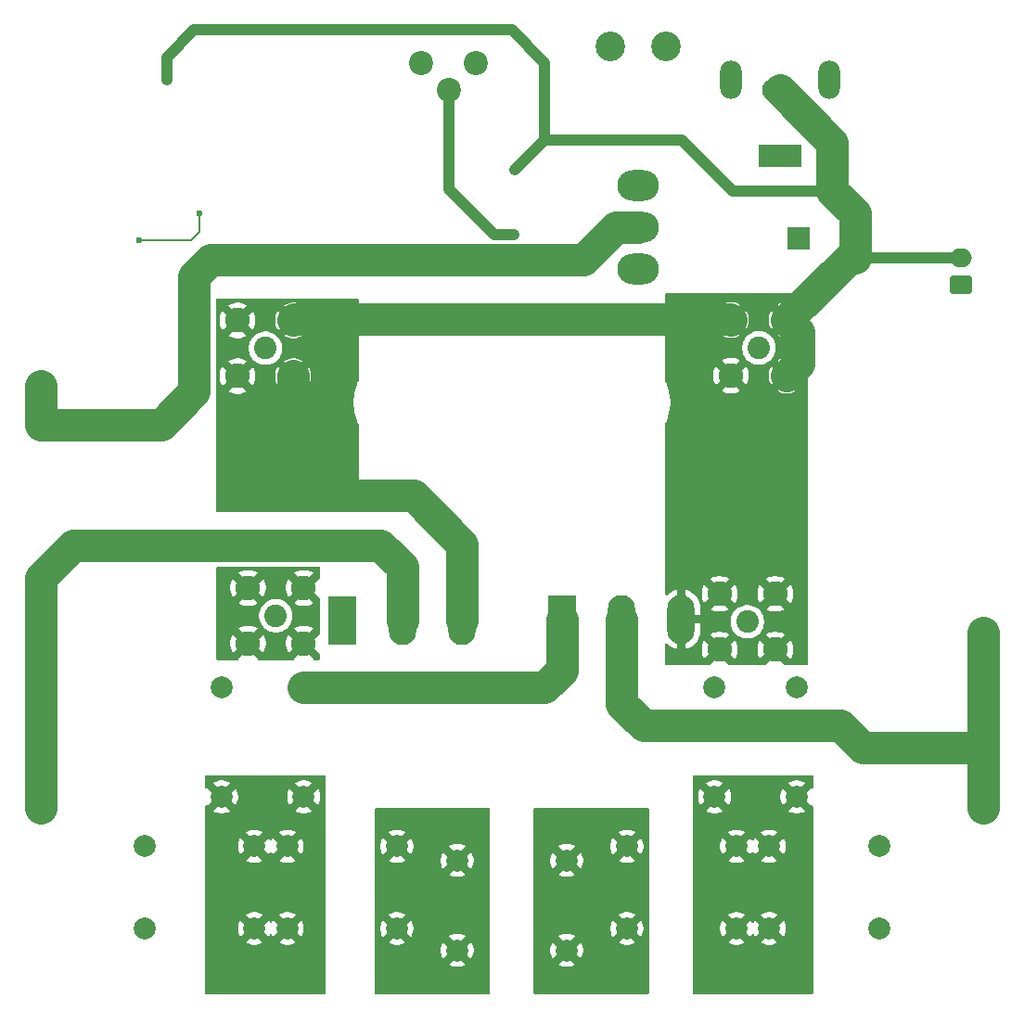
<source format=gbl>
%TF.GenerationSoftware,KiCad,Pcbnew,9.0.0*%
%TF.CreationDate,2025-05-27T01:04:57-04:00*%
%TF.ProjectId,PlasmaTransformer-DualFET,506c6173-6d61-4547-9261-6e73666f726d,rev?*%
%TF.SameCoordinates,Original*%
%TF.FileFunction,Copper,L2,Bot*%
%TF.FilePolarity,Positive*%
%FSLAX46Y46*%
G04 Gerber Fmt 4.6, Leading zero omitted, Abs format (unit mm)*
G04 Created by KiCad (PCBNEW 9.0.0) date 2025-05-27 01:04:57*
%MOMM*%
%LPD*%
G01*
G04 APERTURE LIST*
G04 Aperture macros list*
%AMRoundRect*
0 Rectangle with rounded corners*
0 $1 Rounding radius*
0 $2 $3 $4 $5 $6 $7 $8 $9 X,Y pos of 4 corners*
0 Add a 4 corners polygon primitive as box body*
4,1,4,$2,$3,$4,$5,$6,$7,$8,$9,$2,$3,0*
0 Add four circle primitives for the rounded corners*
1,1,$1+$1,$2,$3*
1,1,$1+$1,$4,$5*
1,1,$1+$1,$6,$7*
1,1,$1+$1,$8,$9*
0 Add four rect primitives between the rounded corners*
20,1,$1+$1,$2,$3,$4,$5,0*
20,1,$1+$1,$4,$5,$6,$7,0*
20,1,$1+$1,$6,$7,$8,$9,0*
20,1,$1+$1,$8,$9,$2,$3,0*%
G04 Aperture macros list end*
%TA.AperFunction,ComponentPad*%
%ADD10O,2.500000X4.500000*%
%TD*%
%TA.AperFunction,ComponentPad*%
%ADD11R,2.500000X4.500000*%
%TD*%
%TA.AperFunction,ComponentPad*%
%ADD12C,2.050000*%
%TD*%
%TA.AperFunction,ComponentPad*%
%ADD13C,2.250000*%
%TD*%
%TA.AperFunction,ComponentPad*%
%ADD14R,2.000000X2.000000*%
%TD*%
%TA.AperFunction,ComponentPad*%
%ADD15C,2.000000*%
%TD*%
%TA.AperFunction,ComponentPad*%
%ADD16O,3.800000X2.800000*%
%TD*%
%TA.AperFunction,ComponentPad*%
%ADD17C,2.700000*%
%TD*%
%TA.AperFunction,ComponentPad*%
%ADD18R,4.000000X2.000000*%
%TD*%
%TA.AperFunction,ComponentPad*%
%ADD19O,3.300000X2.000000*%
%TD*%
%TA.AperFunction,ComponentPad*%
%ADD20O,2.000000X3.500000*%
%TD*%
%TA.AperFunction,ComponentPad*%
%ADD21RoundRect,0.250000X0.750000X-0.600000X0.750000X0.600000X-0.750000X0.600000X-0.750000X-0.600000X0*%
%TD*%
%TA.AperFunction,ComponentPad*%
%ADD22O,2.000000X1.700000*%
%TD*%
%TA.AperFunction,ComponentPad*%
%ADD23C,2.200000*%
%TD*%
%TA.AperFunction,ViaPad*%
%ADD24C,1.000000*%
%TD*%
%TA.AperFunction,ViaPad*%
%ADD25C,0.600000*%
%TD*%
%TA.AperFunction,Conductor*%
%ADD26C,3.000000*%
%TD*%
%TA.AperFunction,Conductor*%
%ADD27C,1.000000*%
%TD*%
%TA.AperFunction,Conductor*%
%ADD28C,0.200000*%
%TD*%
G04 APERTURE END LIST*
D10*
%TO.P,Q2,3,S*%
%TO.N,GND*%
X95450000Y-109860000D03*
%TO.P,Q2,2,D*%
%TO.N,/DRAIN2*%
X90000000Y-109860000D03*
D11*
%TO.P,Q2,1,G*%
%TO.N,/GATE2*%
X84550000Y-109860000D03*
%TD*%
D12*
%TO.P,J10,1,In*%
%TO.N,/GATE1-C*%
X122540000Y-85000000D03*
D13*
%TO.P,J10,2,Ext*%
%TO.N,GND*%
X120000000Y-82460000D03*
X120000000Y-87540000D03*
X125080000Y-82460000D03*
X125080000Y-87540000D03*
%TD*%
D12*
%TO.P,J9,1,In*%
%TO.N,/GATE2-C*%
X77500000Y-85040000D03*
D13*
%TO.P,J9,2,Ext*%
%TO.N,GND*%
X74960000Y-82500000D03*
X74960000Y-87580000D03*
X80040000Y-82500000D03*
X80040000Y-87580000D03*
%TD*%
D12*
%TO.P,J4,1,In*%
%TO.N,/DRAIN2-C*%
X78460000Y-109460000D03*
D13*
%TO.P,J4,2,Ext*%
%TO.N,GND*%
X75920000Y-106920000D03*
X75920000Y-112000000D03*
X81000000Y-106920000D03*
X81000000Y-112000000D03*
%TD*%
D12*
%TO.P,J3,1,In*%
%TO.N,/DRAIN1-C*%
X121500000Y-110000000D03*
D13*
%TO.P,J3,2,Ext*%
%TO.N,GND*%
X118960000Y-112540000D03*
X124040000Y-112540000D03*
X118960000Y-107460000D03*
X124040000Y-107460000D03*
%TD*%
D14*
%TO.P,C2,1*%
%TO.N,/VPWR*%
X126132323Y-75000000D03*
D15*
%TO.P,C2,2*%
%TO.N,GND*%
X131132323Y-75000000D03*
%TD*%
%TO.P,C23,1*%
%TO.N,Net-(C15-Pad2)*%
X73500000Y-126000000D03*
%TO.P,C23,2*%
%TO.N,/GATE1*%
X73500000Y-116000000D03*
%TD*%
%TO.P,C22,1*%
%TO.N,Net-(C1-Pad1)*%
X126000000Y-126000000D03*
%TO.P,C22,2*%
%TO.N,/GATE2*%
X126000000Y-116000000D03*
%TD*%
%TO.P,C14,2*%
%TO.N,Net-(C1-Pad1)*%
X123500000Y-138000000D03*
%TO.P,C14,1*%
%TO.N,/DRAIN1*%
X133500000Y-138000000D03*
%TD*%
%TO.P,C21,1*%
%TO.N,Net-(C15-Pad2)*%
X81000000Y-126000000D03*
%TO.P,C21,2*%
%TO.N,/GATE1*%
X81000000Y-116000000D03*
%TD*%
%TO.P,C20,1*%
%TO.N,Net-(C1-Pad1)*%
X118500000Y-126000000D03*
%TO.P,C20,2*%
%TO.N,/GATE2*%
X118500000Y-116000000D03*
%TD*%
%TO.P,C18,1*%
%TO.N,Net-(C15-Pad2)*%
X79500000Y-138000000D03*
%TO.P,C18,2*%
%TO.N,Net-(J12-Pin_1)*%
X89500000Y-138000000D03*
%TD*%
%TO.P,C17,1*%
%TO.N,/DRAIN2*%
X66500000Y-138000000D03*
%TO.P,C17,2*%
%TO.N,Net-(C15-Pad2)*%
X76500000Y-138000000D03*
%TD*%
%TO.P,C16,1*%
%TO.N,Net-(C15-Pad2)*%
X79500000Y-130500000D03*
%TO.P,C16,2*%
%TO.N,Net-(J12-Pin_1)*%
X89500000Y-130500000D03*
%TD*%
%TO.P,C15,1*%
%TO.N,/DRAIN2*%
X66500000Y-130500000D03*
%TO.P,C15,2*%
%TO.N,Net-(C15-Pad2)*%
X76500000Y-130500000D03*
%TD*%
%TO.P,C13,1*%
%TO.N,/DRAIN1*%
X133500000Y-130500000D03*
%TO.P,C13,2*%
%TO.N,Net-(C1-Pad1)*%
X123500000Y-130500000D03*
%TD*%
%TO.P,C12,1*%
%TO.N,Net-(C1-Pad1)*%
X120500000Y-130500000D03*
%TO.P,C12,2*%
%TO.N,Net-(J11-Pin_1)*%
X110500000Y-130500000D03*
%TD*%
%TO.P,C1,1*%
%TO.N,Net-(C1-Pad1)*%
X120500000Y-138000000D03*
%TO.P,C1,2*%
%TO.N,Net-(J11-Pin_1)*%
X110500000Y-138000000D03*
%TD*%
D16*
%TO.P,SW1,1,A*%
%TO.N,/VIN*%
X111500000Y-70190000D03*
%TO.P,SW1,2,B*%
%TO.N,/VPWR*%
X111500000Y-74000000D03*
%TO.P,SW1,3,C*%
%TO.N,unconnected-(SW1-C-Pad3)*%
X111500000Y-77810000D03*
D17*
%TO.P,SW1,M1*%
%TO.N,N/C*%
X114040000Y-57490000D03*
%TO.P,SW1,M2*%
X108960000Y-57490000D03*
%TD*%
D15*
%TO.P,J12,1,Pin_1*%
%TO.N,Net-(J12-Pin_1)*%
X95000000Y-140000000D03*
X95000000Y-131800001D03*
%TD*%
D18*
%TO.P,J1,1*%
%TO.N,/VIN*%
X124500000Y-67500000D03*
D19*
%TO.P,J1,2*%
%TO.N,GND*%
X124500000Y-61500000D03*
D20*
%TO.P,J1,MP1*%
%TO.N,N/C*%
X120000000Y-60500000D03*
%TO.P,J1,MP2*%
X129000000Y-60500000D03*
%TD*%
D15*
%TO.P,J11,1,Pin_1*%
%TO.N,Net-(J11-Pin_1)*%
X105000000Y-140000000D03*
X105000000Y-131800001D03*
%TD*%
D21*
%TO.P,J2,1,Pin_1*%
%TO.N,/VPWR*%
X140975000Y-79250000D03*
D22*
%TO.P,J2,2,Pin_2*%
%TO.N,GND*%
X140975000Y-76750000D03*
%TD*%
D23*
%TO.P,RV1,1,1*%
%TO.N,Net-(R3-Pad2)*%
X91750000Y-59000000D03*
%TO.P,RV1,2,2*%
%TO.N,Net-(C11-Pad2)*%
X94250000Y-61500000D03*
%TO.P,RV1,3,3*%
%TO.N,Net-(R4-Pad1)*%
X96750000Y-59000000D03*
%TD*%
D10*
%TO.P,Q1,3,S*%
%TO.N,GND*%
X115450000Y-109790000D03*
%TO.P,Q1,2,D*%
%TO.N,/DRAIN1*%
X110000000Y-109790000D03*
D11*
%TO.P,Q1,1,G*%
%TO.N,/GATE1*%
X104550000Y-109790000D03*
%TD*%
D24*
%TO.N,/VPWR*%
X57001000Y-92000000D03*
X57000000Y-88500000D03*
%TO.N,Net-(C11-Pad2)*%
X100150000Y-74700000D03*
%TO.N,/DRAIN1*%
X143000000Y-126000000D03*
X143000000Y-118000000D03*
X143000000Y-111000000D03*
%TO.N,/DRAIN2*%
X57000000Y-126000000D03*
X57000000Y-118000000D03*
X57000000Y-111000000D03*
%TO.N,GND*%
X68500000Y-60500000D03*
X100250000Y-68750000D03*
D25*
%TO.N,Net-(D3-K)*%
X65987500Y-75187500D03*
X71462500Y-72687500D03*
%TD*%
D26*
%TO.N,/VPWR*%
X71000000Y-89000000D02*
X68000000Y-92000000D01*
X72500000Y-77000000D02*
X71000000Y-78500000D01*
X106500000Y-77000000D02*
X72500000Y-77000000D01*
X109500000Y-74000000D02*
X106500000Y-77000000D01*
X111500000Y-74000000D02*
X109500000Y-74000000D01*
X71000000Y-78500000D02*
X71000000Y-89000000D01*
X68000000Y-92000000D02*
X57001000Y-92000000D01*
%TO.N,GND*%
X119940000Y-82400000D02*
X120000000Y-82460000D01*
X80140000Y-82400000D02*
X119940000Y-82400000D01*
X80040000Y-82500000D02*
X80140000Y-82400000D01*
D27*
%TO.N,Net-(C11-Pad2)*%
X94250000Y-70550000D02*
X94250000Y-61500000D01*
X100150000Y-74700000D02*
X98400000Y-74700000D01*
X98400000Y-74700000D02*
X94250000Y-70550000D01*
D26*
%TO.N,GND*%
X126205000Y-86415000D02*
X125080000Y-87540000D01*
X126205000Y-83585000D02*
X126205000Y-86415000D01*
X125080000Y-82460000D02*
X126205000Y-83585000D01*
X130790000Y-76750000D02*
X125080000Y-82460000D01*
X131299000Y-76750000D02*
X130790000Y-76750000D01*
D27*
X71000000Y-56000000D02*
X100000000Y-56000000D01*
X100000000Y-56000000D02*
X103000000Y-59000000D01*
X68500000Y-58500000D02*
X71000000Y-56000000D01*
X103000000Y-59000000D02*
X103000000Y-66000000D01*
X68500000Y-60500000D02*
X68500000Y-58500000D01*
X120201000Y-70701000D02*
X129250000Y-70701000D01*
X115500000Y-66000000D02*
X120201000Y-70701000D01*
X100250000Y-68750000D02*
X103000000Y-66000000D01*
X103000000Y-66000000D02*
X115500000Y-66000000D01*
D26*
%TO.N,/VPWR*%
X57001000Y-92000000D02*
X57001000Y-88500000D01*
%TO.N,GND*%
X80040000Y-95540000D02*
X80040000Y-87580000D01*
X83000000Y-98500000D02*
X80040000Y-95540000D01*
X91000000Y-98500000D02*
X83000000Y-98500000D01*
X95450000Y-109860000D02*
X95450000Y-102950000D01*
X95450000Y-102950000D02*
X91000000Y-98500000D01*
%TO.N,/DRAIN1*%
X130000000Y-119500000D02*
X132000000Y-121500000D01*
X112000000Y-119500000D02*
X130000000Y-119500000D01*
X110000000Y-117500000D02*
X112000000Y-119500000D01*
X110000000Y-109790000D02*
X110000000Y-117500000D01*
X132000000Y-121500000D02*
X143000000Y-121500000D01*
X143000000Y-121500000D02*
X143000000Y-118000000D01*
X143000000Y-118000000D02*
X143000000Y-126000000D01*
X143000000Y-126000000D02*
X143000000Y-127000000D01*
X143000000Y-111000000D02*
X143000000Y-118000000D01*
%TO.N,/DRAIN2*%
X75000000Y-103000000D02*
X60000000Y-103000000D01*
X60000000Y-103000000D02*
X57000000Y-106000000D01*
X88000000Y-103000000D02*
X75000000Y-103000000D01*
X57000000Y-106000000D02*
X57000000Y-127000000D01*
X90000000Y-105000000D02*
X88000000Y-103000000D01*
X90000000Y-109860000D02*
X90000000Y-105000000D01*
%TO.N,/GATE1*%
X104550000Y-114450000D02*
X104550000Y-109790000D01*
X103000000Y-116000000D02*
X104550000Y-114450000D01*
X81000000Y-116000000D02*
X103000000Y-116000000D01*
%TO.N,GND*%
X131299000Y-72750000D02*
X131299000Y-76750000D01*
X129250000Y-66250000D02*
X129250000Y-70701000D01*
X129250000Y-70701000D02*
X131299000Y-72750000D01*
X124500000Y-61500000D02*
X129250000Y-66250000D01*
D27*
X140975000Y-76750000D02*
X131299000Y-76750000D01*
D28*
%TO.N,Net-(D3-K)*%
X65987500Y-75187500D02*
X70687500Y-75187500D01*
X70687500Y-75187500D02*
X71462500Y-74412500D01*
X71462500Y-74412500D02*
X71462500Y-72687500D01*
D27*
%TO.N,Net-(C11-Pad2)*%
X94500000Y-61750000D02*
X94250000Y-61500000D01*
%TD*%
%TA.AperFunction,Conductor*%
%TO.N,Net-(J11-Pin_1)*%
G36*
X112443039Y-127019685D02*
G01*
X112488794Y-127072489D01*
X112500000Y-127124000D01*
X112500000Y-143876000D01*
X112480315Y-143943039D01*
X112427511Y-143988794D01*
X112376000Y-144000000D01*
X102124000Y-144000000D01*
X102056961Y-143980315D01*
X102011206Y-143927511D01*
X102000000Y-143876000D01*
X102000000Y-139881947D01*
X103500000Y-139881947D01*
X103500000Y-140118052D01*
X103536934Y-140351247D01*
X103609897Y-140575802D01*
X103705748Y-140763920D01*
X104359232Y-140110436D01*
X104374979Y-140189598D01*
X104423978Y-140307890D01*
X104495112Y-140414351D01*
X104585649Y-140504888D01*
X104692110Y-140576022D01*
X104810402Y-140625021D01*
X104889562Y-140640766D01*
X104236078Y-141294250D01*
X104424197Y-141390102D01*
X104648752Y-141463065D01*
X104648751Y-141463065D01*
X104881948Y-141500000D01*
X105118052Y-141500000D01*
X105351247Y-141463065D01*
X105575802Y-141390102D01*
X105763920Y-141294250D01*
X105110436Y-140640766D01*
X105189598Y-140625021D01*
X105307890Y-140576022D01*
X105414351Y-140504888D01*
X105504888Y-140414351D01*
X105576022Y-140307890D01*
X105625021Y-140189598D01*
X105640766Y-140110436D01*
X106294250Y-140763920D01*
X106390102Y-140575802D01*
X106463065Y-140351247D01*
X106500000Y-140118052D01*
X106500000Y-139881947D01*
X106463065Y-139648752D01*
X106390102Y-139424197D01*
X106330663Y-139307541D01*
X106323891Y-139294250D01*
X109736078Y-139294250D01*
X109924197Y-139390102D01*
X110148752Y-139463065D01*
X110148751Y-139463065D01*
X110381948Y-139500000D01*
X110618052Y-139500000D01*
X110851247Y-139463065D01*
X111075802Y-139390102D01*
X111263920Y-139294250D01*
X110500000Y-138530330D01*
X109736078Y-139294250D01*
X106323891Y-139294250D01*
X106294250Y-139236078D01*
X105640766Y-139889562D01*
X105625021Y-139810402D01*
X105576022Y-139692110D01*
X105504888Y-139585649D01*
X105414351Y-139495112D01*
X105307890Y-139423978D01*
X105189598Y-139374979D01*
X105110437Y-139359233D01*
X105763920Y-138705748D01*
X105575802Y-138609897D01*
X105351247Y-138536934D01*
X105351248Y-138536934D01*
X105118052Y-138500000D01*
X104881948Y-138500000D01*
X104648752Y-138536934D01*
X104424194Y-138609898D01*
X104236078Y-138705747D01*
X104236077Y-138705747D01*
X104889563Y-139359233D01*
X104810402Y-139374979D01*
X104692110Y-139423978D01*
X104585649Y-139495112D01*
X104495112Y-139585649D01*
X104423978Y-139692110D01*
X104374979Y-139810402D01*
X104359233Y-139889563D01*
X103705747Y-139236077D01*
X103705747Y-139236078D01*
X103609898Y-139424194D01*
X103536934Y-139648752D01*
X103500000Y-139881947D01*
X102000000Y-139881947D01*
X102000000Y-137881947D01*
X109000000Y-137881947D01*
X109000000Y-138118052D01*
X109036934Y-138351247D01*
X109109897Y-138575802D01*
X109205748Y-138763920D01*
X109969670Y-138000000D01*
X109903844Y-137934174D01*
X110000000Y-137934174D01*
X110000000Y-138065826D01*
X110034075Y-138192993D01*
X110099901Y-138307007D01*
X110192993Y-138400099D01*
X110307007Y-138465925D01*
X110434174Y-138500000D01*
X110565826Y-138500000D01*
X110692993Y-138465925D01*
X110807007Y-138400099D01*
X110900099Y-138307007D01*
X110965925Y-138192993D01*
X111000000Y-138065826D01*
X111000000Y-137999999D01*
X111030330Y-137999999D01*
X111030330Y-138000000D01*
X111794250Y-138763920D01*
X111890102Y-138575802D01*
X111963065Y-138351247D01*
X112000000Y-138118052D01*
X112000000Y-137881947D01*
X111963065Y-137648752D01*
X111890102Y-137424197D01*
X111794250Y-137236078D01*
X111030330Y-137999999D01*
X111000000Y-137999999D01*
X111000000Y-137934174D01*
X110965925Y-137807007D01*
X110900099Y-137692993D01*
X110807007Y-137599901D01*
X110692993Y-137534075D01*
X110565826Y-137500000D01*
X110434174Y-137500000D01*
X110307007Y-137534075D01*
X110192993Y-137599901D01*
X110099901Y-137692993D01*
X110034075Y-137807007D01*
X110000000Y-137934174D01*
X109903844Y-137934174D01*
X109205747Y-137236077D01*
X109205747Y-137236078D01*
X109109898Y-137424194D01*
X109036934Y-137648752D01*
X109000000Y-137881947D01*
X102000000Y-137881947D01*
X102000000Y-136705747D01*
X109736077Y-136705747D01*
X110500000Y-137469670D01*
X110500001Y-137469670D01*
X111263920Y-136705748D01*
X111075802Y-136609897D01*
X110851247Y-136536934D01*
X110851248Y-136536934D01*
X110618052Y-136500000D01*
X110381948Y-136500000D01*
X110148752Y-136536934D01*
X109924194Y-136609898D01*
X109736078Y-136705747D01*
X109736077Y-136705747D01*
X102000000Y-136705747D01*
X102000000Y-131681948D01*
X103500000Y-131681948D01*
X103500000Y-131918053D01*
X103536934Y-132151248D01*
X103609897Y-132375803D01*
X103705748Y-132563921D01*
X104359232Y-131910437D01*
X104374979Y-131989599D01*
X104423978Y-132107891D01*
X104495112Y-132214352D01*
X104585649Y-132304889D01*
X104692110Y-132376023D01*
X104810402Y-132425022D01*
X104889562Y-132440767D01*
X104236078Y-133094251D01*
X104424197Y-133190103D01*
X104648752Y-133263066D01*
X104648751Y-133263066D01*
X104881948Y-133300001D01*
X105118052Y-133300001D01*
X105351247Y-133263066D01*
X105575802Y-133190103D01*
X105763920Y-133094251D01*
X105110436Y-132440767D01*
X105189598Y-132425022D01*
X105307890Y-132376023D01*
X105414351Y-132304889D01*
X105504888Y-132214352D01*
X105576022Y-132107891D01*
X105625021Y-131989599D01*
X105640766Y-131910437D01*
X106294250Y-132563921D01*
X106390102Y-132375803D01*
X106463065Y-132151248D01*
X106500000Y-131918053D01*
X106500000Y-131794250D01*
X109736078Y-131794250D01*
X109924197Y-131890102D01*
X110148752Y-131963065D01*
X110148751Y-131963065D01*
X110381948Y-132000000D01*
X110618052Y-132000000D01*
X110851247Y-131963065D01*
X111075802Y-131890102D01*
X111263920Y-131794250D01*
X110500000Y-131030330D01*
X109736078Y-131794250D01*
X106500000Y-131794250D01*
X106500000Y-131681948D01*
X106463065Y-131448753D01*
X106390102Y-131224198D01*
X106294250Y-131036079D01*
X105640766Y-131689563D01*
X105625021Y-131610403D01*
X105576022Y-131492111D01*
X105504888Y-131385650D01*
X105414351Y-131295113D01*
X105307890Y-131223979D01*
X105189598Y-131174980D01*
X105110437Y-131159234D01*
X105763920Y-130505749D01*
X105728223Y-130487560D01*
X105575802Y-130409898D01*
X105489778Y-130381947D01*
X109000000Y-130381947D01*
X109000000Y-130618052D01*
X109036934Y-130851247D01*
X109109897Y-131075802D01*
X109205748Y-131263920D01*
X109969670Y-130500000D01*
X109903844Y-130434174D01*
X110000000Y-130434174D01*
X110000000Y-130565826D01*
X110034075Y-130692993D01*
X110099901Y-130807007D01*
X110192993Y-130900099D01*
X110307007Y-130965925D01*
X110434174Y-131000000D01*
X110565826Y-131000000D01*
X110692993Y-130965925D01*
X110807007Y-130900099D01*
X110900099Y-130807007D01*
X110965925Y-130692993D01*
X111000000Y-130565826D01*
X111000000Y-130499999D01*
X111030330Y-130499999D01*
X111030330Y-130500000D01*
X111794250Y-131263920D01*
X111890102Y-131075802D01*
X111963065Y-130851247D01*
X112000000Y-130618052D01*
X112000000Y-130381947D01*
X111963065Y-130148752D01*
X111890102Y-129924197D01*
X111794250Y-129736078D01*
X111030330Y-130499999D01*
X111000000Y-130499999D01*
X111000000Y-130434174D01*
X110965925Y-130307007D01*
X110900099Y-130192993D01*
X110807007Y-130099901D01*
X110692993Y-130034075D01*
X110565826Y-130000000D01*
X110434174Y-130000000D01*
X110307007Y-130034075D01*
X110192993Y-130099901D01*
X110099901Y-130192993D01*
X110034075Y-130307007D01*
X110000000Y-130434174D01*
X109903844Y-130434174D01*
X109205747Y-129736077D01*
X109205747Y-129736078D01*
X109109898Y-129924194D01*
X109036934Y-130148752D01*
X109000000Y-130381947D01*
X105489778Y-130381947D01*
X105351247Y-130336935D01*
X105351248Y-130336935D01*
X105118052Y-130300001D01*
X104881948Y-130300001D01*
X104648752Y-130336935D01*
X104424194Y-130409899D01*
X104236078Y-130505748D01*
X104236077Y-130505748D01*
X104889563Y-131159234D01*
X104810402Y-131174980D01*
X104692110Y-131223979D01*
X104585649Y-131295113D01*
X104495112Y-131385650D01*
X104423978Y-131492111D01*
X104374979Y-131610403D01*
X104359233Y-131689564D01*
X103705747Y-131036078D01*
X103705747Y-131036079D01*
X103609898Y-131224195D01*
X103536934Y-131448753D01*
X103500000Y-131681948D01*
X102000000Y-131681948D01*
X102000000Y-129205747D01*
X109736077Y-129205747D01*
X110500000Y-129969670D01*
X110500001Y-129969670D01*
X111263920Y-129205748D01*
X111075802Y-129109897D01*
X110851247Y-129036934D01*
X110851248Y-129036934D01*
X110618052Y-129000000D01*
X110381948Y-129000000D01*
X110148752Y-129036934D01*
X109924194Y-129109898D01*
X109736078Y-129205747D01*
X109736077Y-129205747D01*
X102000000Y-129205747D01*
X102000000Y-127124000D01*
X102019685Y-127056961D01*
X102072489Y-127011206D01*
X102124000Y-127000000D01*
X112376000Y-127000000D01*
X112443039Y-127019685D01*
G37*
%TD.AperFunction*%
%TD*%
%TA.AperFunction,Conductor*%
%TO.N,Net-(C1-Pad1)*%
G36*
X127443039Y-124019685D02*
G01*
X127488794Y-124072489D01*
X127500000Y-124124000D01*
X127500000Y-125123479D01*
X127480315Y-125190518D01*
X127427511Y-125236273D01*
X127358353Y-125246217D01*
X127356603Y-125245953D01*
X127294251Y-125236077D01*
X126530330Y-125999999D01*
X126530330Y-126000000D01*
X127294251Y-126763921D01*
X127356602Y-126754046D01*
X127425896Y-126763001D01*
X127479348Y-126807997D01*
X127499987Y-126874748D01*
X127500000Y-126876519D01*
X127500000Y-143876000D01*
X127480315Y-143943039D01*
X127427511Y-143988794D01*
X127376000Y-144000000D01*
X116624000Y-144000000D01*
X116556961Y-143980315D01*
X116511206Y-143927511D01*
X116500000Y-143876000D01*
X116500000Y-139294250D01*
X119736078Y-139294250D01*
X119924197Y-139390102D01*
X120148752Y-139463065D01*
X120148751Y-139463065D01*
X120381948Y-139500000D01*
X120618052Y-139500000D01*
X120851247Y-139463065D01*
X121075802Y-139390102D01*
X121263920Y-139294250D01*
X122736078Y-139294250D01*
X122924197Y-139390102D01*
X123148752Y-139463065D01*
X123148751Y-139463065D01*
X123381948Y-139500000D01*
X123618052Y-139500000D01*
X123851247Y-139463065D01*
X124075802Y-139390102D01*
X124263920Y-139294250D01*
X123500000Y-138530330D01*
X122736078Y-139294250D01*
X121263920Y-139294250D01*
X120500000Y-138530330D01*
X119736078Y-139294250D01*
X116500000Y-139294250D01*
X116500000Y-137881947D01*
X119000000Y-137881947D01*
X119000000Y-138118052D01*
X119036934Y-138351247D01*
X119109897Y-138575802D01*
X119205748Y-138763920D01*
X119969670Y-138000000D01*
X119903844Y-137934174D01*
X120000000Y-137934174D01*
X120000000Y-138065826D01*
X120034075Y-138192993D01*
X120099901Y-138307007D01*
X120192993Y-138400099D01*
X120307007Y-138465925D01*
X120434174Y-138500000D01*
X120565826Y-138500000D01*
X120692993Y-138465925D01*
X120807007Y-138400099D01*
X120900099Y-138307007D01*
X120965925Y-138192993D01*
X121000000Y-138065826D01*
X121000000Y-137999999D01*
X121030330Y-137999999D01*
X121030330Y-138000000D01*
X121794250Y-138763920D01*
X121889514Y-138576956D01*
X121937488Y-138526160D01*
X122005309Y-138509365D01*
X122071444Y-138531902D01*
X122110484Y-138576956D01*
X122205747Y-138763920D01*
X122969670Y-138000000D01*
X122903844Y-137934174D01*
X123000000Y-137934174D01*
X123000000Y-138065826D01*
X123034075Y-138192993D01*
X123099901Y-138307007D01*
X123192993Y-138400099D01*
X123307007Y-138465925D01*
X123434174Y-138500000D01*
X123565826Y-138500000D01*
X123692993Y-138465925D01*
X123807007Y-138400099D01*
X123900099Y-138307007D01*
X123965925Y-138192993D01*
X124000000Y-138065826D01*
X124000000Y-137999999D01*
X124030330Y-137999999D01*
X124030330Y-138000000D01*
X124794250Y-138763920D01*
X124890102Y-138575802D01*
X124963065Y-138351247D01*
X125000000Y-138118052D01*
X125000000Y-137881947D01*
X124963065Y-137648752D01*
X124890102Y-137424197D01*
X124794250Y-137236078D01*
X124030330Y-137999999D01*
X124000000Y-137999999D01*
X124000000Y-137934174D01*
X123965925Y-137807007D01*
X123900099Y-137692993D01*
X123807007Y-137599901D01*
X123692993Y-137534075D01*
X123565826Y-137500000D01*
X123434174Y-137500000D01*
X123307007Y-137534075D01*
X123192993Y-137599901D01*
X123099901Y-137692993D01*
X123034075Y-137807007D01*
X123000000Y-137934174D01*
X122903844Y-137934174D01*
X122205747Y-137236077D01*
X122110484Y-137423043D01*
X122062509Y-137473839D01*
X121994688Y-137490634D01*
X121928553Y-137468097D01*
X121889514Y-137423043D01*
X121794250Y-137236078D01*
X121030330Y-137999999D01*
X121000000Y-137999999D01*
X121000000Y-137934174D01*
X120965925Y-137807007D01*
X120900099Y-137692993D01*
X120807007Y-137599901D01*
X120692993Y-137534075D01*
X120565826Y-137500000D01*
X120434174Y-137500000D01*
X120307007Y-137534075D01*
X120192993Y-137599901D01*
X120099901Y-137692993D01*
X120034075Y-137807007D01*
X120000000Y-137934174D01*
X119903844Y-137934174D01*
X119205747Y-137236077D01*
X119205747Y-137236078D01*
X119109898Y-137424194D01*
X119036934Y-137648752D01*
X119000000Y-137881947D01*
X116500000Y-137881947D01*
X116500000Y-136705747D01*
X119736077Y-136705747D01*
X120500000Y-137469670D01*
X120500001Y-137469670D01*
X121263920Y-136705748D01*
X121263918Y-136705747D01*
X122736077Y-136705747D01*
X123500000Y-137469670D01*
X123500001Y-137469670D01*
X124263920Y-136705748D01*
X124075802Y-136609897D01*
X123851247Y-136536934D01*
X123851248Y-136536934D01*
X123618052Y-136500000D01*
X123381948Y-136500000D01*
X123148752Y-136536934D01*
X122924194Y-136609898D01*
X122736078Y-136705747D01*
X122736077Y-136705747D01*
X121263918Y-136705747D01*
X121075802Y-136609897D01*
X120851247Y-136536934D01*
X120851248Y-136536934D01*
X120618052Y-136500000D01*
X120381948Y-136500000D01*
X120148752Y-136536934D01*
X119924194Y-136609898D01*
X119736078Y-136705747D01*
X119736077Y-136705747D01*
X116500000Y-136705747D01*
X116500000Y-131794250D01*
X119736078Y-131794250D01*
X119924197Y-131890102D01*
X120148752Y-131963065D01*
X120148751Y-131963065D01*
X120381948Y-132000000D01*
X120618052Y-132000000D01*
X120851247Y-131963065D01*
X121075802Y-131890102D01*
X121263920Y-131794250D01*
X122736078Y-131794250D01*
X122924197Y-131890102D01*
X123148752Y-131963065D01*
X123148751Y-131963065D01*
X123381948Y-132000000D01*
X123618052Y-132000000D01*
X123851247Y-131963065D01*
X124075802Y-131890102D01*
X124263920Y-131794250D01*
X123500000Y-131030330D01*
X122736078Y-131794250D01*
X121263920Y-131794250D01*
X120500000Y-131030330D01*
X119736078Y-131794250D01*
X116500000Y-131794250D01*
X116500000Y-130381947D01*
X119000000Y-130381947D01*
X119000000Y-130618052D01*
X119036934Y-130851247D01*
X119109897Y-131075802D01*
X119205748Y-131263920D01*
X119969670Y-130500000D01*
X119903844Y-130434174D01*
X120000000Y-130434174D01*
X120000000Y-130565826D01*
X120034075Y-130692993D01*
X120099901Y-130807007D01*
X120192993Y-130900099D01*
X120307007Y-130965925D01*
X120434174Y-131000000D01*
X120565826Y-131000000D01*
X120692993Y-130965925D01*
X120807007Y-130900099D01*
X120900099Y-130807007D01*
X120965925Y-130692993D01*
X121000000Y-130565826D01*
X121000000Y-130499999D01*
X121030330Y-130499999D01*
X121030330Y-130500000D01*
X121794250Y-131263920D01*
X121889514Y-131076956D01*
X121937488Y-131026160D01*
X122005309Y-131009365D01*
X122071444Y-131031902D01*
X122110484Y-131076956D01*
X122205747Y-131263920D01*
X122969670Y-130500000D01*
X122903844Y-130434174D01*
X123000000Y-130434174D01*
X123000000Y-130565826D01*
X123034075Y-130692993D01*
X123099901Y-130807007D01*
X123192993Y-130900099D01*
X123307007Y-130965925D01*
X123434174Y-131000000D01*
X123565826Y-131000000D01*
X123692993Y-130965925D01*
X123807007Y-130900099D01*
X123900099Y-130807007D01*
X123965925Y-130692993D01*
X124000000Y-130565826D01*
X124000000Y-130499999D01*
X124030330Y-130499999D01*
X124030330Y-130500000D01*
X124794250Y-131263920D01*
X124890102Y-131075802D01*
X124963065Y-130851247D01*
X125000000Y-130618052D01*
X125000000Y-130381947D01*
X124963065Y-130148752D01*
X124890102Y-129924197D01*
X124794250Y-129736078D01*
X124030330Y-130499999D01*
X124000000Y-130499999D01*
X124000000Y-130434174D01*
X123965925Y-130307007D01*
X123900099Y-130192993D01*
X123807007Y-130099901D01*
X123692993Y-130034075D01*
X123565826Y-130000000D01*
X123434174Y-130000000D01*
X123307007Y-130034075D01*
X123192993Y-130099901D01*
X123099901Y-130192993D01*
X123034075Y-130307007D01*
X123000000Y-130434174D01*
X122903844Y-130434174D01*
X122205747Y-129736077D01*
X122110484Y-129923043D01*
X122062509Y-129973839D01*
X121994688Y-129990634D01*
X121928553Y-129968097D01*
X121889514Y-129923043D01*
X121794250Y-129736078D01*
X121030330Y-130499999D01*
X121000000Y-130499999D01*
X121000000Y-130434174D01*
X120965925Y-130307007D01*
X120900099Y-130192993D01*
X120807007Y-130099901D01*
X120692993Y-130034075D01*
X120565826Y-130000000D01*
X120434174Y-130000000D01*
X120307007Y-130034075D01*
X120192993Y-130099901D01*
X120099901Y-130192993D01*
X120034075Y-130307007D01*
X120000000Y-130434174D01*
X119903844Y-130434174D01*
X119205747Y-129736077D01*
X119205747Y-129736078D01*
X119109898Y-129924194D01*
X119036934Y-130148752D01*
X119000000Y-130381947D01*
X116500000Y-130381947D01*
X116500000Y-129205747D01*
X119736077Y-129205747D01*
X120500000Y-129969670D01*
X120500001Y-129969670D01*
X121263920Y-129205748D01*
X121263918Y-129205747D01*
X122736077Y-129205747D01*
X123500000Y-129969670D01*
X123500001Y-129969670D01*
X124263920Y-129205748D01*
X124075802Y-129109897D01*
X123851247Y-129036934D01*
X123851248Y-129036934D01*
X123618052Y-129000000D01*
X123381948Y-129000000D01*
X123148752Y-129036934D01*
X122924194Y-129109898D01*
X122736078Y-129205747D01*
X122736077Y-129205747D01*
X121263918Y-129205747D01*
X121075802Y-129109897D01*
X120851247Y-129036934D01*
X120851248Y-129036934D01*
X120618052Y-129000000D01*
X120381948Y-129000000D01*
X120148752Y-129036934D01*
X119924194Y-129109898D01*
X119736078Y-129205747D01*
X119736077Y-129205747D01*
X116500000Y-129205747D01*
X116500000Y-127294250D01*
X117736078Y-127294250D01*
X117924197Y-127390102D01*
X118148752Y-127463065D01*
X118148751Y-127463065D01*
X118381948Y-127500000D01*
X118618052Y-127500000D01*
X118851247Y-127463065D01*
X119075802Y-127390102D01*
X119263920Y-127294250D01*
X125236078Y-127294250D01*
X125424197Y-127390102D01*
X125648752Y-127463065D01*
X125648751Y-127463065D01*
X125881948Y-127500000D01*
X126118052Y-127500000D01*
X126351247Y-127463065D01*
X126575802Y-127390102D01*
X126763920Y-127294250D01*
X126000000Y-126530330D01*
X125236078Y-127294250D01*
X119263920Y-127294250D01*
X118500000Y-126530330D01*
X117736078Y-127294250D01*
X116500000Y-127294250D01*
X116500000Y-125881947D01*
X117000000Y-125881947D01*
X117000000Y-126118052D01*
X117036934Y-126351247D01*
X117109897Y-126575802D01*
X117205748Y-126763920D01*
X117969670Y-126000000D01*
X117903844Y-125934174D01*
X118000000Y-125934174D01*
X118000000Y-126065826D01*
X118034075Y-126192993D01*
X118099901Y-126307007D01*
X118192993Y-126400099D01*
X118307007Y-126465925D01*
X118434174Y-126500000D01*
X118565826Y-126500000D01*
X118692993Y-126465925D01*
X118807007Y-126400099D01*
X118900099Y-126307007D01*
X118965925Y-126192993D01*
X119000000Y-126065826D01*
X119000000Y-125999999D01*
X119030330Y-125999999D01*
X119030330Y-126000000D01*
X119794250Y-126763920D01*
X119890102Y-126575802D01*
X119963065Y-126351247D01*
X120000000Y-126118052D01*
X120000000Y-125881947D01*
X124500000Y-125881947D01*
X124500000Y-126118052D01*
X124536934Y-126351247D01*
X124609897Y-126575802D01*
X124705748Y-126763920D01*
X125469670Y-126000000D01*
X125403844Y-125934174D01*
X125500000Y-125934174D01*
X125500000Y-126065826D01*
X125534075Y-126192993D01*
X125599901Y-126307007D01*
X125692993Y-126400099D01*
X125807007Y-126465925D01*
X125934174Y-126500000D01*
X126065826Y-126500000D01*
X126192993Y-126465925D01*
X126307007Y-126400099D01*
X126400099Y-126307007D01*
X126465925Y-126192993D01*
X126500000Y-126065826D01*
X126500000Y-125934174D01*
X126465925Y-125807007D01*
X126400099Y-125692993D01*
X126307007Y-125599901D01*
X126192993Y-125534075D01*
X126065826Y-125500000D01*
X125934174Y-125500000D01*
X125807007Y-125534075D01*
X125692993Y-125599901D01*
X125599901Y-125692993D01*
X125534075Y-125807007D01*
X125500000Y-125934174D01*
X125403844Y-125934174D01*
X124705747Y-125236077D01*
X124705747Y-125236078D01*
X124609898Y-125424194D01*
X124536934Y-125648752D01*
X124500000Y-125881947D01*
X120000000Y-125881947D01*
X119963065Y-125648752D01*
X119890102Y-125424197D01*
X119794250Y-125236078D01*
X119030330Y-125999999D01*
X119000000Y-125999999D01*
X119000000Y-125934174D01*
X118965925Y-125807007D01*
X118900099Y-125692993D01*
X118807007Y-125599901D01*
X118692993Y-125534075D01*
X118565826Y-125500000D01*
X118434174Y-125500000D01*
X118307007Y-125534075D01*
X118192993Y-125599901D01*
X118099901Y-125692993D01*
X118034075Y-125807007D01*
X118000000Y-125934174D01*
X117903844Y-125934174D01*
X117205747Y-125236077D01*
X117205747Y-125236078D01*
X117109898Y-125424194D01*
X117036934Y-125648752D01*
X117000000Y-125881947D01*
X116500000Y-125881947D01*
X116500000Y-124705747D01*
X117736077Y-124705747D01*
X118500000Y-125469670D01*
X118500001Y-125469670D01*
X119263920Y-124705748D01*
X119263918Y-124705747D01*
X125236077Y-124705747D01*
X126000000Y-125469670D01*
X126000001Y-125469670D01*
X126763920Y-124705748D01*
X126575802Y-124609897D01*
X126351247Y-124536934D01*
X126351248Y-124536934D01*
X126118052Y-124500000D01*
X125881948Y-124500000D01*
X125648752Y-124536934D01*
X125424194Y-124609898D01*
X125236078Y-124705747D01*
X125236077Y-124705747D01*
X119263918Y-124705747D01*
X119075802Y-124609897D01*
X118851247Y-124536934D01*
X118851248Y-124536934D01*
X118618052Y-124500000D01*
X118381948Y-124500000D01*
X118148752Y-124536934D01*
X117924194Y-124609898D01*
X117736078Y-124705747D01*
X117736077Y-124705747D01*
X116500000Y-124705747D01*
X116500000Y-124124000D01*
X116519685Y-124056961D01*
X116572489Y-124011206D01*
X116624000Y-124000000D01*
X127376000Y-124000000D01*
X127443039Y-124019685D01*
G37*
%TD.AperFunction*%
%TD*%
%TA.AperFunction,Conductor*%
%TO.N,Net-(J12-Pin_1)*%
G36*
X97943039Y-127019685D02*
G01*
X97988794Y-127072489D01*
X98000000Y-127124000D01*
X98000000Y-143876000D01*
X97980315Y-143943039D01*
X97927511Y-143988794D01*
X97876000Y-144000000D01*
X87624000Y-144000000D01*
X87556961Y-143980315D01*
X87511206Y-143927511D01*
X87500000Y-143876000D01*
X87500000Y-139881947D01*
X93500000Y-139881947D01*
X93500000Y-140118052D01*
X93536934Y-140351247D01*
X93609897Y-140575802D01*
X93705748Y-140763920D01*
X94359232Y-140110436D01*
X94374979Y-140189598D01*
X94423978Y-140307890D01*
X94495112Y-140414351D01*
X94585649Y-140504888D01*
X94692110Y-140576022D01*
X94810402Y-140625021D01*
X94889562Y-140640766D01*
X94236078Y-141294250D01*
X94424197Y-141390102D01*
X94648752Y-141463065D01*
X94648751Y-141463065D01*
X94881948Y-141500000D01*
X95118052Y-141500000D01*
X95351247Y-141463065D01*
X95575802Y-141390102D01*
X95763920Y-141294250D01*
X95110436Y-140640766D01*
X95189598Y-140625021D01*
X95307890Y-140576022D01*
X95414351Y-140504888D01*
X95504888Y-140414351D01*
X95576022Y-140307890D01*
X95625021Y-140189598D01*
X95640766Y-140110436D01*
X96294250Y-140763920D01*
X96390102Y-140575802D01*
X96463065Y-140351247D01*
X96500000Y-140118052D01*
X96500000Y-139881947D01*
X96463065Y-139648752D01*
X96390102Y-139424197D01*
X96294250Y-139236078D01*
X95640766Y-139889562D01*
X95625021Y-139810402D01*
X95576022Y-139692110D01*
X95504888Y-139585649D01*
X95414351Y-139495112D01*
X95307890Y-139423978D01*
X95189598Y-139374979D01*
X95110437Y-139359233D01*
X95763920Y-138705748D01*
X95575802Y-138609897D01*
X95351247Y-138536934D01*
X95351248Y-138536934D01*
X95118052Y-138500000D01*
X94881948Y-138500000D01*
X94648752Y-138536934D01*
X94424194Y-138609898D01*
X94236078Y-138705747D01*
X94236077Y-138705747D01*
X94889563Y-139359233D01*
X94810402Y-139374979D01*
X94692110Y-139423978D01*
X94585649Y-139495112D01*
X94495112Y-139585649D01*
X94423978Y-139692110D01*
X94374979Y-139810402D01*
X94359233Y-139889563D01*
X93705747Y-139236077D01*
X93705747Y-139236078D01*
X93609898Y-139424194D01*
X93536934Y-139648752D01*
X93500000Y-139881947D01*
X87500000Y-139881947D01*
X87500000Y-139294250D01*
X88736078Y-139294250D01*
X88924197Y-139390102D01*
X89148752Y-139463065D01*
X89148751Y-139463065D01*
X89381948Y-139500000D01*
X89618052Y-139500000D01*
X89851247Y-139463065D01*
X90075802Y-139390102D01*
X90263920Y-139294250D01*
X89500000Y-138530330D01*
X88736078Y-139294250D01*
X87500000Y-139294250D01*
X87500000Y-137881947D01*
X88000000Y-137881947D01*
X88000000Y-138118052D01*
X88036934Y-138351247D01*
X88109897Y-138575802D01*
X88205748Y-138763920D01*
X88969670Y-138000000D01*
X88903844Y-137934174D01*
X89000000Y-137934174D01*
X89000000Y-138065826D01*
X89034075Y-138192993D01*
X89099901Y-138307007D01*
X89192993Y-138400099D01*
X89307007Y-138465925D01*
X89434174Y-138500000D01*
X89565826Y-138500000D01*
X89692993Y-138465925D01*
X89807007Y-138400099D01*
X89900099Y-138307007D01*
X89965925Y-138192993D01*
X90000000Y-138065826D01*
X90000000Y-137999999D01*
X90030330Y-137999999D01*
X90030330Y-138000000D01*
X90794250Y-138763920D01*
X90830663Y-138692458D01*
X90830665Y-138692455D01*
X90890100Y-138575808D01*
X90890101Y-138575806D01*
X90963065Y-138351247D01*
X91000000Y-138118052D01*
X91000000Y-137881947D01*
X90963065Y-137648752D01*
X90890102Y-137424197D01*
X90794250Y-137236078D01*
X90030330Y-137999999D01*
X90000000Y-137999999D01*
X90000000Y-137934174D01*
X89965925Y-137807007D01*
X89900099Y-137692993D01*
X89807007Y-137599901D01*
X89692993Y-137534075D01*
X89565826Y-137500000D01*
X89434174Y-137500000D01*
X89307007Y-137534075D01*
X89192993Y-137599901D01*
X89099901Y-137692993D01*
X89034075Y-137807007D01*
X89000000Y-137934174D01*
X88903844Y-137934174D01*
X88205747Y-137236077D01*
X88205747Y-137236078D01*
X88109898Y-137424194D01*
X88036934Y-137648752D01*
X88000000Y-137881947D01*
X87500000Y-137881947D01*
X87500000Y-136705747D01*
X88736077Y-136705747D01*
X89500000Y-137469670D01*
X89500001Y-137469670D01*
X90263920Y-136705748D01*
X90075802Y-136609897D01*
X89851247Y-136536934D01*
X89851248Y-136536934D01*
X89618052Y-136500000D01*
X89381948Y-136500000D01*
X89148752Y-136536934D01*
X88924194Y-136609898D01*
X88736078Y-136705747D01*
X88736077Y-136705747D01*
X87500000Y-136705747D01*
X87500000Y-131794250D01*
X88736078Y-131794250D01*
X88924197Y-131890102D01*
X89148752Y-131963065D01*
X89148751Y-131963065D01*
X89381948Y-132000000D01*
X89618052Y-132000000D01*
X89851247Y-131963065D01*
X90075802Y-131890102D01*
X90263920Y-131794250D01*
X90151618Y-131681948D01*
X93500000Y-131681948D01*
X93500000Y-131918053D01*
X93536934Y-132151248D01*
X93609897Y-132375803D01*
X93705748Y-132563921D01*
X94359232Y-131910437D01*
X94374979Y-131989599D01*
X94423978Y-132107891D01*
X94495112Y-132214352D01*
X94585649Y-132304889D01*
X94692110Y-132376023D01*
X94810402Y-132425022D01*
X94889562Y-132440767D01*
X94236078Y-133094251D01*
X94424197Y-133190103D01*
X94648752Y-133263066D01*
X94648751Y-133263066D01*
X94881948Y-133300001D01*
X95118052Y-133300001D01*
X95351247Y-133263066D01*
X95575802Y-133190103D01*
X95763920Y-133094251D01*
X95110436Y-132440767D01*
X95189598Y-132425022D01*
X95307890Y-132376023D01*
X95414351Y-132304889D01*
X95504888Y-132214352D01*
X95576022Y-132107891D01*
X95625021Y-131989599D01*
X95640766Y-131910437D01*
X96294250Y-132563921D01*
X96390102Y-132375803D01*
X96463065Y-132151248D01*
X96500000Y-131918053D01*
X96500000Y-131681948D01*
X96463065Y-131448753D01*
X96390102Y-131224198D01*
X96294250Y-131036079D01*
X95640766Y-131689563D01*
X95625021Y-131610403D01*
X95576022Y-131492111D01*
X95504888Y-131385650D01*
X95414351Y-131295113D01*
X95307890Y-131223979D01*
X95189598Y-131174980D01*
X95110437Y-131159234D01*
X95763920Y-130505749D01*
X95575802Y-130409898D01*
X95351247Y-130336935D01*
X95351248Y-130336935D01*
X95118052Y-130300001D01*
X94881948Y-130300001D01*
X94648752Y-130336935D01*
X94424194Y-130409899D01*
X94236078Y-130505748D01*
X94236077Y-130505748D01*
X94889563Y-131159234D01*
X94810402Y-131174980D01*
X94692110Y-131223979D01*
X94585649Y-131295113D01*
X94495112Y-131385650D01*
X94423978Y-131492111D01*
X94374979Y-131610403D01*
X94359233Y-131689564D01*
X93705747Y-131036078D01*
X93705747Y-131036079D01*
X93609898Y-131224195D01*
X93536934Y-131448753D01*
X93500000Y-131681948D01*
X90151618Y-131681948D01*
X89500000Y-131030330D01*
X88736078Y-131794250D01*
X87500000Y-131794250D01*
X87500000Y-130381947D01*
X88000000Y-130381947D01*
X88000000Y-130618052D01*
X88036934Y-130851247D01*
X88109897Y-131075802D01*
X88205748Y-131263920D01*
X88969670Y-130500000D01*
X88903844Y-130434174D01*
X89000000Y-130434174D01*
X89000000Y-130565826D01*
X89034075Y-130692993D01*
X89099901Y-130807007D01*
X89192993Y-130900099D01*
X89307007Y-130965925D01*
X89434174Y-131000000D01*
X89565826Y-131000000D01*
X89692993Y-130965925D01*
X89807007Y-130900099D01*
X89900099Y-130807007D01*
X89965925Y-130692993D01*
X90000000Y-130565826D01*
X90000000Y-130499999D01*
X90030330Y-130499999D01*
X90030330Y-130500000D01*
X90794250Y-131263920D01*
X90890102Y-131075802D01*
X90963065Y-130851247D01*
X91000000Y-130618052D01*
X91000000Y-130381947D01*
X90963065Y-130148752D01*
X90890102Y-129924197D01*
X90794250Y-129736078D01*
X90030330Y-130499999D01*
X90000000Y-130499999D01*
X90000000Y-130434174D01*
X89965925Y-130307007D01*
X89900099Y-130192993D01*
X89807007Y-130099901D01*
X89692993Y-130034075D01*
X89565826Y-130000000D01*
X89434174Y-130000000D01*
X89307007Y-130034075D01*
X89192993Y-130099901D01*
X89099901Y-130192993D01*
X89034075Y-130307007D01*
X89000000Y-130434174D01*
X88903844Y-130434174D01*
X88205747Y-129736077D01*
X88205747Y-129736078D01*
X88109898Y-129924194D01*
X88036934Y-130148752D01*
X88000000Y-130381947D01*
X87500000Y-130381947D01*
X87500000Y-129205747D01*
X88736077Y-129205747D01*
X89500000Y-129969670D01*
X89500001Y-129969670D01*
X90263920Y-129205748D01*
X90075802Y-129109897D01*
X89851247Y-129036934D01*
X89851248Y-129036934D01*
X89618052Y-129000000D01*
X89381948Y-129000000D01*
X89148752Y-129036934D01*
X88924194Y-129109898D01*
X88736078Y-129205747D01*
X88736077Y-129205747D01*
X87500000Y-129205747D01*
X87500000Y-127124000D01*
X87519685Y-127056961D01*
X87572489Y-127011206D01*
X87624000Y-127000000D01*
X97876000Y-127000000D01*
X97943039Y-127019685D01*
G37*
%TD.AperFunction*%
%TD*%
%TA.AperFunction,Conductor*%
%TO.N,Net-(C15-Pad2)*%
G36*
X82943039Y-124019685D02*
G01*
X82988794Y-124072489D01*
X83000000Y-124124000D01*
X83000000Y-143876000D01*
X82980315Y-143943039D01*
X82927511Y-143988794D01*
X82876000Y-144000000D01*
X72124000Y-144000000D01*
X72056961Y-143980315D01*
X72011206Y-143927511D01*
X72000000Y-143876000D01*
X72000000Y-139294250D01*
X75736078Y-139294250D01*
X75924197Y-139390102D01*
X76148752Y-139463065D01*
X76148751Y-139463065D01*
X76381948Y-139500000D01*
X76618052Y-139500000D01*
X76851247Y-139463065D01*
X77075802Y-139390102D01*
X77263920Y-139294250D01*
X78736078Y-139294250D01*
X78924197Y-139390102D01*
X79148752Y-139463065D01*
X79148751Y-139463065D01*
X79381948Y-139500000D01*
X79618052Y-139500000D01*
X79851247Y-139463065D01*
X80075802Y-139390102D01*
X80263920Y-139294250D01*
X79500000Y-138530330D01*
X78736078Y-139294250D01*
X77263920Y-139294250D01*
X76500000Y-138530330D01*
X75736078Y-139294250D01*
X72000000Y-139294250D01*
X72000000Y-137881947D01*
X75000000Y-137881947D01*
X75000000Y-138118052D01*
X75036934Y-138351247D01*
X75109897Y-138575802D01*
X75205748Y-138763920D01*
X75969670Y-138000000D01*
X75903844Y-137934174D01*
X76000000Y-137934174D01*
X76000000Y-138065826D01*
X76034075Y-138192993D01*
X76099901Y-138307007D01*
X76192993Y-138400099D01*
X76307007Y-138465925D01*
X76434174Y-138500000D01*
X76565826Y-138500000D01*
X76692993Y-138465925D01*
X76807007Y-138400099D01*
X76900099Y-138307007D01*
X76965925Y-138192993D01*
X77000000Y-138065826D01*
X77000000Y-137999999D01*
X77030330Y-137999999D01*
X77030330Y-138000000D01*
X77794250Y-138763920D01*
X77889514Y-138576956D01*
X77937488Y-138526160D01*
X78005309Y-138509365D01*
X78071444Y-138531902D01*
X78110484Y-138576956D01*
X78205747Y-138763920D01*
X78969670Y-138000000D01*
X78903844Y-137934174D01*
X79000000Y-137934174D01*
X79000000Y-138065826D01*
X79034075Y-138192993D01*
X79099901Y-138307007D01*
X79192993Y-138400099D01*
X79307007Y-138465925D01*
X79434174Y-138500000D01*
X79565826Y-138500000D01*
X79692993Y-138465925D01*
X79807007Y-138400099D01*
X79900099Y-138307007D01*
X79965925Y-138192993D01*
X80000000Y-138065826D01*
X80000000Y-137999999D01*
X80030330Y-137999999D01*
X80030330Y-138000000D01*
X80794250Y-138763920D01*
X80890102Y-138575802D01*
X80963065Y-138351247D01*
X81000000Y-138118052D01*
X81000000Y-137881947D01*
X80963065Y-137648752D01*
X80890102Y-137424197D01*
X80794250Y-137236078D01*
X80030330Y-137999999D01*
X80000000Y-137999999D01*
X80000000Y-137934174D01*
X79965925Y-137807007D01*
X79900099Y-137692993D01*
X79807007Y-137599901D01*
X79692993Y-137534075D01*
X79565826Y-137500000D01*
X79434174Y-137500000D01*
X79307007Y-137534075D01*
X79192993Y-137599901D01*
X79099901Y-137692993D01*
X79034075Y-137807007D01*
X79000000Y-137934174D01*
X78903844Y-137934174D01*
X78205747Y-137236077D01*
X78110484Y-137423043D01*
X78062509Y-137473839D01*
X77994688Y-137490634D01*
X77928553Y-137468097D01*
X77889514Y-137423043D01*
X77794250Y-137236078D01*
X77030330Y-137999999D01*
X77000000Y-137999999D01*
X77000000Y-137934174D01*
X76965925Y-137807007D01*
X76900099Y-137692993D01*
X76807007Y-137599901D01*
X76692993Y-137534075D01*
X76565826Y-137500000D01*
X76434174Y-137500000D01*
X76307007Y-137534075D01*
X76192993Y-137599901D01*
X76099901Y-137692993D01*
X76034075Y-137807007D01*
X76000000Y-137934174D01*
X75903844Y-137934174D01*
X75205747Y-137236077D01*
X75205747Y-137236078D01*
X75109898Y-137424194D01*
X75036934Y-137648752D01*
X75000000Y-137881947D01*
X72000000Y-137881947D01*
X72000000Y-136705747D01*
X75736077Y-136705747D01*
X76500000Y-137469670D01*
X76500001Y-137469670D01*
X77263920Y-136705748D01*
X77263918Y-136705747D01*
X78736077Y-136705747D01*
X79500000Y-137469670D01*
X79500001Y-137469670D01*
X80263920Y-136705748D01*
X80075802Y-136609897D01*
X79851247Y-136536934D01*
X79851248Y-136536934D01*
X79618052Y-136500000D01*
X79381948Y-136500000D01*
X79148752Y-136536934D01*
X78924194Y-136609898D01*
X78736078Y-136705747D01*
X78736077Y-136705747D01*
X77263918Y-136705747D01*
X77075802Y-136609897D01*
X76851247Y-136536934D01*
X76851248Y-136536934D01*
X76618052Y-136500000D01*
X76381948Y-136500000D01*
X76148752Y-136536934D01*
X75924194Y-136609898D01*
X75736078Y-136705747D01*
X75736077Y-136705747D01*
X72000000Y-136705747D01*
X72000000Y-131794250D01*
X75736078Y-131794250D01*
X75924197Y-131890102D01*
X76148752Y-131963065D01*
X76148751Y-131963065D01*
X76381948Y-132000000D01*
X76618052Y-132000000D01*
X76851247Y-131963065D01*
X77075802Y-131890102D01*
X77263920Y-131794250D01*
X78736078Y-131794250D01*
X78924197Y-131890102D01*
X79148752Y-131963065D01*
X79148751Y-131963065D01*
X79381948Y-132000000D01*
X79618052Y-132000000D01*
X79851247Y-131963065D01*
X80075802Y-131890102D01*
X80263920Y-131794250D01*
X79500000Y-131030330D01*
X78736078Y-131794250D01*
X77263920Y-131794250D01*
X76500000Y-131030330D01*
X75736078Y-131794250D01*
X72000000Y-131794250D01*
X72000000Y-130381947D01*
X75000000Y-130381947D01*
X75000000Y-130618052D01*
X75036934Y-130851247D01*
X75109897Y-131075802D01*
X75205748Y-131263920D01*
X75969670Y-130500000D01*
X75903844Y-130434174D01*
X76000000Y-130434174D01*
X76000000Y-130565826D01*
X76034075Y-130692993D01*
X76099901Y-130807007D01*
X76192993Y-130900099D01*
X76307007Y-130965925D01*
X76434174Y-131000000D01*
X76565826Y-131000000D01*
X76692993Y-130965925D01*
X76807007Y-130900099D01*
X76900099Y-130807007D01*
X76965925Y-130692993D01*
X77000000Y-130565826D01*
X77000000Y-130499999D01*
X77030330Y-130499999D01*
X77030330Y-130500000D01*
X77794250Y-131263920D01*
X77889514Y-131076956D01*
X77937488Y-131026160D01*
X78005309Y-131009365D01*
X78071444Y-131031902D01*
X78110484Y-131076956D01*
X78205747Y-131263920D01*
X78969670Y-130500000D01*
X78903844Y-130434174D01*
X79000000Y-130434174D01*
X79000000Y-130565826D01*
X79034075Y-130692993D01*
X79099901Y-130807007D01*
X79192993Y-130900099D01*
X79307007Y-130965925D01*
X79434174Y-131000000D01*
X79565826Y-131000000D01*
X79692993Y-130965925D01*
X79807007Y-130900099D01*
X79900099Y-130807007D01*
X79965925Y-130692993D01*
X80000000Y-130565826D01*
X80000000Y-130499999D01*
X80030330Y-130499999D01*
X80030330Y-130500000D01*
X80794250Y-131263920D01*
X80890102Y-131075802D01*
X80963065Y-130851247D01*
X81000000Y-130618052D01*
X81000000Y-130381947D01*
X80963065Y-130148752D01*
X80890102Y-129924197D01*
X80794250Y-129736078D01*
X80030330Y-130499999D01*
X80000000Y-130499999D01*
X80000000Y-130434174D01*
X79965925Y-130307007D01*
X79900099Y-130192993D01*
X79807007Y-130099901D01*
X79692993Y-130034075D01*
X79565826Y-130000000D01*
X79434174Y-130000000D01*
X79307007Y-130034075D01*
X79192993Y-130099901D01*
X79099901Y-130192993D01*
X79034075Y-130307007D01*
X79000000Y-130434174D01*
X78903844Y-130434174D01*
X78205747Y-129736077D01*
X78110484Y-129923043D01*
X78062509Y-129973839D01*
X77994688Y-129990634D01*
X77928553Y-129968097D01*
X77889514Y-129923043D01*
X77794250Y-129736078D01*
X77030330Y-130499999D01*
X77000000Y-130499999D01*
X77000000Y-130434174D01*
X76965925Y-130307007D01*
X76900099Y-130192993D01*
X76807007Y-130099901D01*
X76692993Y-130034075D01*
X76565826Y-130000000D01*
X76434174Y-130000000D01*
X76307007Y-130034075D01*
X76192993Y-130099901D01*
X76099901Y-130192993D01*
X76034075Y-130307007D01*
X76000000Y-130434174D01*
X75903844Y-130434174D01*
X75205747Y-129736077D01*
X75205747Y-129736078D01*
X75109898Y-129924194D01*
X75036934Y-130148752D01*
X75000000Y-130381947D01*
X72000000Y-130381947D01*
X72000000Y-129205747D01*
X75736077Y-129205747D01*
X76500000Y-129969670D01*
X76500001Y-129969670D01*
X77263920Y-129205748D01*
X77263918Y-129205747D01*
X78736077Y-129205747D01*
X79500000Y-129969670D01*
X79500001Y-129969670D01*
X80263920Y-129205748D01*
X80075802Y-129109897D01*
X79851247Y-129036934D01*
X79851248Y-129036934D01*
X79618052Y-129000000D01*
X79381948Y-129000000D01*
X79148752Y-129036934D01*
X78924194Y-129109898D01*
X78736078Y-129205747D01*
X78736077Y-129205747D01*
X77263918Y-129205747D01*
X77075802Y-129109897D01*
X76851247Y-129036934D01*
X76851248Y-129036934D01*
X76618052Y-129000000D01*
X76381948Y-129000000D01*
X76148752Y-129036934D01*
X75924194Y-129109898D01*
X75736078Y-129205747D01*
X75736077Y-129205747D01*
X72000000Y-129205747D01*
X72000000Y-127294250D01*
X72736078Y-127294250D01*
X72924197Y-127390102D01*
X73148752Y-127463065D01*
X73148751Y-127463065D01*
X73381948Y-127500000D01*
X73618052Y-127500000D01*
X73851247Y-127463065D01*
X74075802Y-127390102D01*
X74263920Y-127294250D01*
X80236078Y-127294250D01*
X80424197Y-127390102D01*
X80648752Y-127463065D01*
X80648751Y-127463065D01*
X80881948Y-127500000D01*
X81118052Y-127500000D01*
X81351247Y-127463065D01*
X81575802Y-127390102D01*
X81763920Y-127294250D01*
X81000000Y-126530330D01*
X80236078Y-127294250D01*
X74263920Y-127294250D01*
X73500000Y-126530330D01*
X72736078Y-127294250D01*
X72000000Y-127294250D01*
X72000000Y-126876519D01*
X72019685Y-126809480D01*
X72072489Y-126763725D01*
X72141647Y-126753781D01*
X72143398Y-126754046D01*
X72205747Y-126763921D01*
X72969670Y-126000000D01*
X72903844Y-125934174D01*
X73000000Y-125934174D01*
X73000000Y-126065826D01*
X73034075Y-126192993D01*
X73099901Y-126307007D01*
X73192993Y-126400099D01*
X73307007Y-126465925D01*
X73434174Y-126500000D01*
X73565826Y-126500000D01*
X73692993Y-126465925D01*
X73807007Y-126400099D01*
X73900099Y-126307007D01*
X73965925Y-126192993D01*
X74000000Y-126065826D01*
X74000000Y-125999999D01*
X74030330Y-125999999D01*
X74030330Y-126000000D01*
X74794250Y-126763920D01*
X74890102Y-126575802D01*
X74963065Y-126351247D01*
X75000000Y-126118052D01*
X75000000Y-125881947D01*
X79500000Y-125881947D01*
X79500000Y-126118052D01*
X79536934Y-126351247D01*
X79609897Y-126575802D01*
X79705748Y-126763920D01*
X80469670Y-126000000D01*
X80403844Y-125934174D01*
X80500000Y-125934174D01*
X80500000Y-126065826D01*
X80534075Y-126192993D01*
X80599901Y-126307007D01*
X80692993Y-126400099D01*
X80807007Y-126465925D01*
X80934174Y-126500000D01*
X81065826Y-126500000D01*
X81192993Y-126465925D01*
X81307007Y-126400099D01*
X81400099Y-126307007D01*
X81465925Y-126192993D01*
X81500000Y-126065826D01*
X81500000Y-125999999D01*
X81530330Y-125999999D01*
X81530330Y-126000000D01*
X82294250Y-126763920D01*
X82390102Y-126575802D01*
X82463065Y-126351247D01*
X82500000Y-126118052D01*
X82500000Y-125881947D01*
X82463065Y-125648752D01*
X82390102Y-125424197D01*
X82294250Y-125236078D01*
X81530330Y-125999999D01*
X81500000Y-125999999D01*
X81500000Y-125934174D01*
X81465925Y-125807007D01*
X81400099Y-125692993D01*
X81307007Y-125599901D01*
X81192993Y-125534075D01*
X81065826Y-125500000D01*
X80934174Y-125500000D01*
X80807007Y-125534075D01*
X80692993Y-125599901D01*
X80599901Y-125692993D01*
X80534075Y-125807007D01*
X80500000Y-125934174D01*
X80403844Y-125934174D01*
X79705747Y-125236077D01*
X79705747Y-125236078D01*
X79609898Y-125424194D01*
X79536934Y-125648752D01*
X79500000Y-125881947D01*
X75000000Y-125881947D01*
X74963065Y-125648752D01*
X74890102Y-125424197D01*
X74794250Y-125236078D01*
X74030330Y-125999999D01*
X74000000Y-125999999D01*
X74000000Y-125934174D01*
X73965925Y-125807007D01*
X73900099Y-125692993D01*
X73807007Y-125599901D01*
X73692993Y-125534075D01*
X73565826Y-125500000D01*
X73434174Y-125500000D01*
X73307007Y-125534075D01*
X73192993Y-125599901D01*
X73099901Y-125692993D01*
X73034075Y-125807007D01*
X73000000Y-125934174D01*
X72903844Y-125934174D01*
X72205747Y-125236077D01*
X72143398Y-125245953D01*
X72074104Y-125236998D01*
X72020653Y-125192002D01*
X72000013Y-125125251D01*
X72000000Y-125123480D01*
X72000000Y-124705747D01*
X72736077Y-124705747D01*
X73500000Y-125469670D01*
X73500001Y-125469670D01*
X74263920Y-124705748D01*
X74263918Y-124705747D01*
X80236077Y-124705747D01*
X81000000Y-125469670D01*
X81000001Y-125469670D01*
X81763920Y-124705748D01*
X81575802Y-124609897D01*
X81351247Y-124536934D01*
X81351248Y-124536934D01*
X81118052Y-124500000D01*
X80881948Y-124500000D01*
X80648752Y-124536934D01*
X80424194Y-124609898D01*
X80236078Y-124705747D01*
X80236077Y-124705747D01*
X74263918Y-124705747D01*
X74075802Y-124609897D01*
X73851247Y-124536934D01*
X73851248Y-124536934D01*
X73618052Y-124500000D01*
X73381948Y-124500000D01*
X73148752Y-124536934D01*
X72924194Y-124609898D01*
X72736078Y-124705747D01*
X72736077Y-124705747D01*
X72000000Y-124705747D01*
X72000000Y-124124000D01*
X72019685Y-124056961D01*
X72072489Y-124011206D01*
X72124000Y-124000000D01*
X82876000Y-124000000D01*
X82943039Y-124019685D01*
G37*
%TD.AperFunction*%
%TD*%
%TA.AperFunction,Conductor*%
%TO.N,GND*%
G36*
X126943039Y-80019685D02*
G01*
X126988794Y-80072489D01*
X127000000Y-80124000D01*
X127000000Y-113876000D01*
X126980315Y-113943039D01*
X126927511Y-113988794D01*
X126876000Y-114000000D01*
X125037279Y-114000000D01*
X125037279Y-113999693D01*
X125034423Y-114000000D01*
X124995174Y-114000000D01*
X124939633Y-113972194D01*
X124936377Y-113966706D01*
X124315562Y-113345891D01*
X124442626Y-113293260D01*
X124581844Y-113200238D01*
X124700238Y-113081844D01*
X124793260Y-112942626D01*
X124845891Y-112815562D01*
X125426537Y-113396208D01*
X125426537Y-113396207D01*
X125429823Y-113391687D01*
X125429825Y-113391684D01*
X125545947Y-113163784D01*
X125545948Y-113163781D01*
X125624986Y-112920523D01*
X125665000Y-112667889D01*
X125665000Y-112412110D01*
X125624986Y-112159476D01*
X125545948Y-111916218D01*
X125545947Y-111916215D01*
X125429821Y-111688307D01*
X125426538Y-111683790D01*
X125426537Y-111683790D01*
X124845891Y-112264436D01*
X124793260Y-112137374D01*
X124700238Y-111998156D01*
X124581844Y-111879762D01*
X124442626Y-111786740D01*
X124315562Y-111734108D01*
X124896208Y-111153461D01*
X124891686Y-111150175D01*
X124663784Y-111034052D01*
X124663781Y-111034051D01*
X124420523Y-110955013D01*
X124167889Y-110915000D01*
X123912111Y-110915000D01*
X123659476Y-110955013D01*
X123416218Y-111034051D01*
X123416215Y-111034052D01*
X123188311Y-111150176D01*
X123183791Y-111153460D01*
X123183791Y-111153461D01*
X123764438Y-111734108D01*
X123637374Y-111786740D01*
X123498156Y-111879762D01*
X123379762Y-111998156D01*
X123286740Y-112137374D01*
X123234108Y-112264438D01*
X122653461Y-111683791D01*
X122653460Y-111683791D01*
X122650176Y-111688311D01*
X122534052Y-111916215D01*
X122534051Y-111916218D01*
X122455013Y-112159476D01*
X122415000Y-112412110D01*
X122415000Y-112667889D01*
X122455013Y-112920523D01*
X122534051Y-113163781D01*
X122534052Y-113163784D01*
X122650175Y-113391686D01*
X122653461Y-113396208D01*
X123234107Y-112815561D01*
X123286740Y-112942626D01*
X123379762Y-113081844D01*
X123498156Y-113200238D01*
X123637374Y-113293260D01*
X123764437Y-113345891D01*
X123143372Y-113966956D01*
X123140984Y-113964568D01*
X123116032Y-113989865D01*
X123070935Y-114000000D01*
X119957279Y-114000000D01*
X119957279Y-113999693D01*
X119954423Y-114000000D01*
X119915174Y-114000000D01*
X119859633Y-113972194D01*
X119856377Y-113966706D01*
X119235562Y-113345891D01*
X119362626Y-113293260D01*
X119501844Y-113200238D01*
X119620238Y-113081844D01*
X119713260Y-112942626D01*
X119765891Y-112815562D01*
X120346537Y-113396208D01*
X120346537Y-113396207D01*
X120349823Y-113391687D01*
X120349825Y-113391684D01*
X120465947Y-113163784D01*
X120465948Y-113163781D01*
X120544986Y-112920523D01*
X120585000Y-112667889D01*
X120585000Y-112412110D01*
X120544986Y-112159476D01*
X120465948Y-111916218D01*
X120465947Y-111916215D01*
X120349821Y-111688307D01*
X120346538Y-111683790D01*
X119765891Y-112264437D01*
X119713260Y-112137374D01*
X119620238Y-111998156D01*
X119501844Y-111879762D01*
X119362626Y-111786740D01*
X119235562Y-111734108D01*
X119816208Y-111153461D01*
X119811686Y-111150175D01*
X119583784Y-111034052D01*
X119583781Y-111034051D01*
X119340523Y-110955013D01*
X119087889Y-110915000D01*
X118832111Y-110915000D01*
X118579476Y-110955013D01*
X118336218Y-111034051D01*
X118336215Y-111034052D01*
X118108311Y-111150176D01*
X118103791Y-111153460D01*
X118103791Y-111153461D01*
X118684438Y-111734108D01*
X118557374Y-111786740D01*
X118418156Y-111879762D01*
X118299762Y-111998156D01*
X118206740Y-112137374D01*
X118154108Y-112264438D01*
X117573461Y-111683791D01*
X117573460Y-111683791D01*
X117570176Y-111688311D01*
X117454052Y-111916215D01*
X117454051Y-111916218D01*
X117375013Y-112159476D01*
X117335000Y-112412110D01*
X117335000Y-112667889D01*
X117375013Y-112920523D01*
X117454051Y-113163781D01*
X117454052Y-113163784D01*
X117570175Y-113391686D01*
X117573461Y-113396208D01*
X118154107Y-112815561D01*
X118206740Y-112942626D01*
X118299762Y-113081844D01*
X118418156Y-113200238D01*
X118557374Y-113293260D01*
X118684437Y-113345891D01*
X118063372Y-113966956D01*
X118060984Y-113964568D01*
X118036032Y-113989865D01*
X117990935Y-114000000D01*
X114124000Y-114000000D01*
X114056961Y-113980315D01*
X114011206Y-113927511D01*
X114000000Y-113876000D01*
X114000000Y-112114237D01*
X114019685Y-112047198D01*
X114072489Y-112001443D01*
X114141647Y-111991499D01*
X114205203Y-112020524D01*
X114211681Y-112026556D01*
X114293663Y-112108538D01*
X114293670Y-112108544D01*
X114475661Y-112248190D01*
X114674331Y-112362893D01*
X114674340Y-112362897D01*
X114886269Y-112450681D01*
X115074999Y-112501251D01*
X115075000Y-112501251D01*
X115075000Y-110441449D01*
X115094742Y-110454641D01*
X115231233Y-110511178D01*
X115376131Y-110540000D01*
X115523869Y-110540000D01*
X115668767Y-110511178D01*
X115805258Y-110454641D01*
X115825000Y-110441449D01*
X115825000Y-112501251D01*
X116013730Y-112450681D01*
X116225659Y-112362897D01*
X116225668Y-112362893D01*
X116334861Y-112299851D01*
X116424338Y-112248190D01*
X116606329Y-112108544D01*
X116606336Y-112108538D01*
X116768538Y-111946336D01*
X116768544Y-111946329D01*
X116908190Y-111764338D01*
X117022893Y-111565668D01*
X117022897Y-111565659D01*
X117110681Y-111353730D01*
X117160280Y-111168626D01*
X117170057Y-111132136D01*
X117199998Y-110904710D01*
X117200000Y-110904694D01*
X117200000Y-110165000D01*
X116101450Y-110165000D01*
X116114641Y-110145258D01*
X116171178Y-110008767D01*
X116196803Y-109879941D01*
X119974500Y-109879941D01*
X119974500Y-110120058D01*
X120012063Y-110357222D01*
X120086265Y-110585593D01*
X120195276Y-110799536D01*
X120336414Y-110993796D01*
X120506204Y-111163586D01*
X120700464Y-111304724D01*
X120796643Y-111353730D01*
X120914406Y-111413734D01*
X120914408Y-111413734D01*
X120914411Y-111413736D01*
X121142778Y-111487937D01*
X121379941Y-111525500D01*
X121379942Y-111525500D01*
X121620058Y-111525500D01*
X121620059Y-111525500D01*
X121857222Y-111487937D01*
X122085589Y-111413736D01*
X122299536Y-111304724D01*
X122493796Y-111163586D01*
X122663586Y-110993796D01*
X122804724Y-110799536D01*
X122913736Y-110585589D01*
X122987937Y-110357222D01*
X123025500Y-110120059D01*
X123025500Y-109879941D01*
X122987937Y-109642778D01*
X122913736Y-109414411D01*
X122913734Y-109414408D01*
X122913734Y-109414406D01*
X122856226Y-109301543D01*
X122804724Y-109200464D01*
X122663586Y-109006204D01*
X122493796Y-108836414D01*
X122299536Y-108695276D01*
X122260310Y-108675289D01*
X122085593Y-108586265D01*
X121857222Y-108512063D01*
X121620059Y-108474500D01*
X121379941Y-108474500D01*
X121261359Y-108493281D01*
X121142777Y-108512063D01*
X120914406Y-108586265D01*
X120700463Y-108695276D01*
X120506201Y-108836416D01*
X120336416Y-109006201D01*
X120195276Y-109200463D01*
X120086265Y-109414406D01*
X120012063Y-109642777D01*
X119974500Y-109879941D01*
X116196803Y-109879941D01*
X116200000Y-109863869D01*
X116200000Y-109716131D01*
X116171178Y-109571233D01*
X116114641Y-109434742D01*
X116101450Y-109415000D01*
X117200000Y-109415000D01*
X117200000Y-108675305D01*
X117199998Y-108675289D01*
X117170057Y-108447862D01*
X117110681Y-108226269D01*
X117022897Y-108014340D01*
X117022893Y-108014331D01*
X116908190Y-107815661D01*
X116768544Y-107633670D01*
X116768538Y-107633663D01*
X116606336Y-107471461D01*
X116606329Y-107471455D01*
X116546588Y-107425614D01*
X116424730Y-107332110D01*
X117335000Y-107332110D01*
X117335000Y-107587889D01*
X117375013Y-107840523D01*
X117454051Y-108083781D01*
X117454052Y-108083784D01*
X117570175Y-108311686D01*
X117573461Y-108316208D01*
X118154107Y-107735561D01*
X118206740Y-107862626D01*
X118299762Y-108001844D01*
X118418156Y-108120238D01*
X118557374Y-108213260D01*
X118684437Y-108265891D01*
X118103790Y-108846537D01*
X118103790Y-108846538D01*
X118108307Y-108849821D01*
X118336215Y-108965947D01*
X118336218Y-108965948D01*
X118579476Y-109044986D01*
X118832111Y-109085000D01*
X119087889Y-109085000D01*
X119340523Y-109044986D01*
X119583781Y-108965948D01*
X119583784Y-108965947D01*
X119811684Y-108849825D01*
X119811687Y-108849823D01*
X119816207Y-108846537D01*
X119816208Y-108846537D01*
X119235562Y-108265891D01*
X119362626Y-108213260D01*
X119501844Y-108120238D01*
X119620238Y-108001844D01*
X119713260Y-107862626D01*
X119765891Y-107735562D01*
X120346537Y-108316208D01*
X120346537Y-108316207D01*
X120349823Y-108311687D01*
X120349825Y-108311684D01*
X120465947Y-108083784D01*
X120465948Y-108083781D01*
X120544986Y-107840523D01*
X120585000Y-107587889D01*
X120585000Y-107332110D01*
X122415000Y-107332110D01*
X122415000Y-107587889D01*
X122455013Y-107840523D01*
X122534051Y-108083781D01*
X122534052Y-108083784D01*
X122650175Y-108311686D01*
X122653461Y-108316208D01*
X123234107Y-107735561D01*
X123286740Y-107862626D01*
X123379762Y-108001844D01*
X123498156Y-108120238D01*
X123637374Y-108213260D01*
X123764437Y-108265891D01*
X123183790Y-108846537D01*
X123183790Y-108846538D01*
X123188307Y-108849821D01*
X123416215Y-108965947D01*
X123416218Y-108965948D01*
X123659476Y-109044986D01*
X123912111Y-109085000D01*
X124167889Y-109085000D01*
X124420523Y-109044986D01*
X124663781Y-108965948D01*
X124663784Y-108965947D01*
X124891684Y-108849825D01*
X124891687Y-108849823D01*
X124896207Y-108846537D01*
X124896208Y-108846537D01*
X124315562Y-108265891D01*
X124442626Y-108213260D01*
X124581844Y-108120238D01*
X124700238Y-108001844D01*
X124793260Y-107862626D01*
X124845891Y-107735562D01*
X125426537Y-108316208D01*
X125426537Y-108316207D01*
X125429823Y-108311687D01*
X125429825Y-108311684D01*
X125545947Y-108083784D01*
X125545948Y-108083781D01*
X125624986Y-107840523D01*
X125665000Y-107587889D01*
X125665000Y-107332110D01*
X125624986Y-107079476D01*
X125545948Y-106836218D01*
X125545947Y-106836215D01*
X125429821Y-106608307D01*
X125426538Y-106603790D01*
X124845891Y-107184437D01*
X124793260Y-107057374D01*
X124700238Y-106918156D01*
X124581844Y-106799762D01*
X124442626Y-106706740D01*
X124315562Y-106654108D01*
X124896208Y-106073461D01*
X124891686Y-106070175D01*
X124663784Y-105954052D01*
X124663781Y-105954051D01*
X124420523Y-105875013D01*
X124167889Y-105835000D01*
X123912111Y-105835000D01*
X123659476Y-105875013D01*
X123416218Y-105954051D01*
X123416215Y-105954052D01*
X123188311Y-106070176D01*
X123183791Y-106073460D01*
X123183791Y-106073461D01*
X123764438Y-106654108D01*
X123637374Y-106706740D01*
X123498156Y-106799762D01*
X123379762Y-106918156D01*
X123286740Y-107057374D01*
X123234108Y-107184438D01*
X122653461Y-106603791D01*
X122653460Y-106603791D01*
X122650176Y-106608311D01*
X122534052Y-106836215D01*
X122534051Y-106836218D01*
X122455013Y-107079476D01*
X122415000Y-107332110D01*
X120585000Y-107332110D01*
X120544986Y-107079476D01*
X120465948Y-106836218D01*
X120465947Y-106836215D01*
X120349821Y-106608307D01*
X120346538Y-106603790D01*
X120346537Y-106603790D01*
X119765891Y-107184436D01*
X119713260Y-107057374D01*
X119620238Y-106918156D01*
X119501844Y-106799762D01*
X119362626Y-106706740D01*
X119235562Y-106654108D01*
X119816208Y-106073461D01*
X119811686Y-106070175D01*
X119583784Y-105954052D01*
X119583781Y-105954051D01*
X119340523Y-105875013D01*
X119087889Y-105835000D01*
X118832111Y-105835000D01*
X118579476Y-105875013D01*
X118336218Y-105954051D01*
X118336215Y-105954052D01*
X118108311Y-106070176D01*
X118103791Y-106073460D01*
X118103791Y-106073461D01*
X118684438Y-106654108D01*
X118557374Y-106706740D01*
X118418156Y-106799762D01*
X118299762Y-106918156D01*
X118206740Y-107057374D01*
X118154108Y-107184438D01*
X117573461Y-106603791D01*
X117573460Y-106603791D01*
X117570176Y-106608311D01*
X117454052Y-106836215D01*
X117454051Y-106836218D01*
X117375013Y-107079476D01*
X117335000Y-107332110D01*
X116424730Y-107332110D01*
X116424338Y-107331809D01*
X116225668Y-107217106D01*
X116225654Y-107217099D01*
X116013726Y-107129317D01*
X115825000Y-107078747D01*
X115825000Y-109138550D01*
X115805258Y-109125359D01*
X115668767Y-109068822D01*
X115523869Y-109040000D01*
X115376131Y-109040000D01*
X115231233Y-109068822D01*
X115094742Y-109125359D01*
X115075000Y-109138550D01*
X115075000Y-107078747D01*
X114886273Y-107129317D01*
X114674345Y-107217099D01*
X114674331Y-107217106D01*
X114475661Y-107331809D01*
X114293670Y-107471455D01*
X114293663Y-107471461D01*
X114211681Y-107553444D01*
X114150358Y-107586929D01*
X114080666Y-107581945D01*
X114024733Y-107540073D01*
X114000316Y-107474609D01*
X114000000Y-107465763D01*
X114000000Y-91980243D01*
X114011618Y-91927838D01*
X114115643Y-91704755D01*
X114248561Y-91339566D01*
X114349145Y-90964182D01*
X114416629Y-90581460D01*
X114450500Y-90194313D01*
X114450500Y-89805687D01*
X114416629Y-89418540D01*
X114349145Y-89035818D01*
X114320743Y-88929821D01*
X114315799Y-88911368D01*
X114248562Y-88660437D01*
X114152391Y-88396208D01*
X114115643Y-88295245D01*
X114115641Y-88295240D01*
X114011618Y-88072160D01*
X114000000Y-88019756D01*
X114000000Y-87412110D01*
X118375000Y-87412110D01*
X118375000Y-87667889D01*
X118415013Y-87920523D01*
X118494051Y-88163781D01*
X118494052Y-88163784D01*
X118610175Y-88391686D01*
X118613461Y-88396208D01*
X119194107Y-87815561D01*
X119246740Y-87942626D01*
X119339762Y-88081844D01*
X119458156Y-88200238D01*
X119597374Y-88293260D01*
X119724437Y-88345891D01*
X119143790Y-88926537D01*
X119143790Y-88926538D01*
X119148307Y-88929821D01*
X119376215Y-89045947D01*
X119376218Y-89045948D01*
X119619476Y-89124986D01*
X119872111Y-89165000D01*
X120127889Y-89165000D01*
X120380523Y-89124986D01*
X120623781Y-89045948D01*
X120623784Y-89045947D01*
X120851684Y-88929825D01*
X120851687Y-88929823D01*
X120856208Y-88926537D01*
X120275562Y-88345891D01*
X120402626Y-88293260D01*
X120541844Y-88200238D01*
X120660238Y-88081844D01*
X120753260Y-87942626D01*
X120805891Y-87815562D01*
X121386537Y-88396208D01*
X121386537Y-88396207D01*
X121389823Y-88391687D01*
X121389825Y-88391684D01*
X121505947Y-88163784D01*
X121505948Y-88163781D01*
X121584986Y-87920523D01*
X121625000Y-87667889D01*
X121625000Y-87412110D01*
X123455000Y-87412110D01*
X123455000Y-87667889D01*
X123495013Y-87920523D01*
X123574051Y-88163781D01*
X123574052Y-88163784D01*
X123690175Y-88391686D01*
X123693461Y-88396208D01*
X124274107Y-87815561D01*
X124326740Y-87942626D01*
X124419762Y-88081844D01*
X124538156Y-88200238D01*
X124677374Y-88293260D01*
X124804437Y-88345891D01*
X124223790Y-88926537D01*
X124223790Y-88926538D01*
X124228307Y-88929821D01*
X124456215Y-89045947D01*
X124456218Y-89045948D01*
X124699476Y-89124986D01*
X124952111Y-89165000D01*
X125207889Y-89165000D01*
X125460523Y-89124986D01*
X125703781Y-89045948D01*
X125703784Y-89045947D01*
X125931684Y-88929825D01*
X125931687Y-88929823D01*
X125936207Y-88926537D01*
X125936208Y-88926537D01*
X125355562Y-88345891D01*
X125482626Y-88293260D01*
X125621844Y-88200238D01*
X125740238Y-88081844D01*
X125833260Y-87942626D01*
X125885891Y-87815562D01*
X126466537Y-88396208D01*
X126466537Y-88396207D01*
X126469823Y-88391687D01*
X126469825Y-88391684D01*
X126585947Y-88163784D01*
X126585948Y-88163781D01*
X126664986Y-87920523D01*
X126705000Y-87667889D01*
X126705000Y-87412110D01*
X126664986Y-87159476D01*
X126585948Y-86916218D01*
X126585947Y-86916215D01*
X126469821Y-86688307D01*
X126466538Y-86683790D01*
X125885891Y-87264437D01*
X125833260Y-87137374D01*
X125740238Y-86998156D01*
X125621844Y-86879762D01*
X125482626Y-86786740D01*
X125355562Y-86734108D01*
X125936208Y-86153461D01*
X125931686Y-86150175D01*
X125703784Y-86034052D01*
X125703781Y-86034051D01*
X125460523Y-85955013D01*
X125207889Y-85915000D01*
X124952111Y-85915000D01*
X124699476Y-85955013D01*
X124456218Y-86034051D01*
X124456215Y-86034052D01*
X124228311Y-86150176D01*
X124223791Y-86153460D01*
X124223791Y-86153461D01*
X124804438Y-86734108D01*
X124677374Y-86786740D01*
X124538156Y-86879762D01*
X124419762Y-86998156D01*
X124326740Y-87137374D01*
X124274108Y-87264438D01*
X123693461Y-86683791D01*
X123693460Y-86683791D01*
X123690176Y-86688311D01*
X123574052Y-86916215D01*
X123574051Y-86916218D01*
X123495013Y-87159476D01*
X123455000Y-87412110D01*
X121625000Y-87412110D01*
X121584986Y-87159476D01*
X121505948Y-86916218D01*
X121505947Y-86916215D01*
X121389821Y-86688307D01*
X121386538Y-86683790D01*
X121386537Y-86683790D01*
X120805891Y-87264436D01*
X120753260Y-87137374D01*
X120660238Y-86998156D01*
X120541844Y-86879762D01*
X120402626Y-86786740D01*
X120275562Y-86734108D01*
X120856208Y-86153461D01*
X120851686Y-86150175D01*
X120623784Y-86034052D01*
X120623781Y-86034051D01*
X120380523Y-85955013D01*
X120127889Y-85915000D01*
X119872111Y-85915000D01*
X119619476Y-85955013D01*
X119376218Y-86034051D01*
X119376215Y-86034052D01*
X119148311Y-86150176D01*
X119143791Y-86153460D01*
X119143791Y-86153461D01*
X119724438Y-86734108D01*
X119597374Y-86786740D01*
X119458156Y-86879762D01*
X119339762Y-86998156D01*
X119246740Y-87137374D01*
X119194108Y-87264438D01*
X118613461Y-86683791D01*
X118613460Y-86683791D01*
X118610176Y-86688311D01*
X118494052Y-86916215D01*
X118494051Y-86916218D01*
X118415013Y-87159476D01*
X118375000Y-87412110D01*
X114000000Y-87412110D01*
X114000000Y-84879941D01*
X121014500Y-84879941D01*
X121014500Y-85120058D01*
X121052063Y-85357222D01*
X121126265Y-85585593D01*
X121210769Y-85751439D01*
X121235276Y-85799536D01*
X121376414Y-85993796D01*
X121546204Y-86163586D01*
X121740464Y-86304724D01*
X121841543Y-86356226D01*
X121954406Y-86413734D01*
X121954408Y-86413734D01*
X121954411Y-86413736D01*
X122182778Y-86487937D01*
X122419941Y-86525500D01*
X122419942Y-86525500D01*
X122660058Y-86525500D01*
X122660059Y-86525500D01*
X122897222Y-86487937D01*
X123125589Y-86413736D01*
X123339536Y-86304724D01*
X123533796Y-86163586D01*
X123703586Y-85993796D01*
X123844724Y-85799536D01*
X123953736Y-85585589D01*
X124027937Y-85357222D01*
X124065500Y-85120059D01*
X124065500Y-84879941D01*
X124027937Y-84642778D01*
X123953736Y-84414411D01*
X123953734Y-84414408D01*
X123953734Y-84414406D01*
X123844723Y-84200463D01*
X123703586Y-84006204D01*
X123533796Y-83836414D01*
X123339536Y-83695276D01*
X123125593Y-83586265D01*
X122897222Y-83512063D01*
X122660059Y-83474500D01*
X122419941Y-83474500D01*
X122301359Y-83493281D01*
X122182777Y-83512063D01*
X121954406Y-83586265D01*
X121740463Y-83695276D01*
X121546201Y-83836416D01*
X121376416Y-84006201D01*
X121235276Y-84200463D01*
X121126265Y-84414406D01*
X121052063Y-84642777D01*
X121014500Y-84879941D01*
X114000000Y-84879941D01*
X114000000Y-82332110D01*
X118375000Y-82332110D01*
X118375000Y-82587889D01*
X118415013Y-82840523D01*
X118494051Y-83083781D01*
X118494052Y-83083784D01*
X118610175Y-83311686D01*
X118613461Y-83316208D01*
X119194107Y-82735561D01*
X119246740Y-82862626D01*
X119339762Y-83001844D01*
X119458156Y-83120238D01*
X119597374Y-83213260D01*
X119724437Y-83265891D01*
X119143790Y-83846537D01*
X119143790Y-83846538D01*
X119148307Y-83849821D01*
X119376215Y-83965947D01*
X119376218Y-83965948D01*
X119619476Y-84044986D01*
X119872111Y-84085000D01*
X120127889Y-84085000D01*
X120380523Y-84044986D01*
X120623781Y-83965948D01*
X120623784Y-83965947D01*
X120851684Y-83849825D01*
X120851687Y-83849823D01*
X120856207Y-83846537D01*
X120856208Y-83846537D01*
X120275562Y-83265891D01*
X120402626Y-83213260D01*
X120541844Y-83120238D01*
X120660238Y-83001844D01*
X120753260Y-82862626D01*
X120805891Y-82735562D01*
X121386537Y-83316208D01*
X121386537Y-83316207D01*
X121389823Y-83311687D01*
X121389825Y-83311684D01*
X121505947Y-83083784D01*
X121505948Y-83083781D01*
X121584986Y-82840523D01*
X121625000Y-82587889D01*
X121625000Y-82332110D01*
X123455000Y-82332110D01*
X123455000Y-82587889D01*
X123495013Y-82840523D01*
X123574051Y-83083781D01*
X123574052Y-83083784D01*
X123690175Y-83311686D01*
X123693461Y-83316208D01*
X124274107Y-82735561D01*
X124326740Y-82862626D01*
X124419762Y-83001844D01*
X124538156Y-83120238D01*
X124677374Y-83213260D01*
X124804437Y-83265891D01*
X124223790Y-83846537D01*
X124223790Y-83846538D01*
X124228307Y-83849821D01*
X124456215Y-83965947D01*
X124456218Y-83965948D01*
X124699476Y-84044986D01*
X124952111Y-84085000D01*
X125207889Y-84085000D01*
X125460523Y-84044986D01*
X125703781Y-83965948D01*
X125703784Y-83965947D01*
X125931684Y-83849825D01*
X125931687Y-83849823D01*
X125936207Y-83846537D01*
X125936208Y-83846537D01*
X125355562Y-83265891D01*
X125482626Y-83213260D01*
X125621844Y-83120238D01*
X125740238Y-83001844D01*
X125833260Y-82862626D01*
X125885891Y-82735562D01*
X126466537Y-83316208D01*
X126466537Y-83316207D01*
X126469823Y-83311687D01*
X126469825Y-83311684D01*
X126585947Y-83083784D01*
X126585948Y-83083781D01*
X126664986Y-82840523D01*
X126705000Y-82587889D01*
X126705000Y-82332110D01*
X126664986Y-82079476D01*
X126585948Y-81836218D01*
X126585947Y-81836215D01*
X126469821Y-81608307D01*
X126466538Y-81603790D01*
X125885891Y-82184437D01*
X125833260Y-82057374D01*
X125740238Y-81918156D01*
X125621844Y-81799762D01*
X125482626Y-81706740D01*
X125355562Y-81654108D01*
X125936208Y-81073461D01*
X125931686Y-81070175D01*
X125703784Y-80954052D01*
X125703781Y-80954051D01*
X125460523Y-80875013D01*
X125207889Y-80835000D01*
X124952111Y-80835000D01*
X124699476Y-80875013D01*
X124456218Y-80954051D01*
X124456215Y-80954052D01*
X124228311Y-81070176D01*
X124223791Y-81073460D01*
X124223791Y-81073461D01*
X124804438Y-81654108D01*
X124677374Y-81706740D01*
X124538156Y-81799762D01*
X124419762Y-81918156D01*
X124326740Y-82057374D01*
X124274108Y-82184438D01*
X123693461Y-81603791D01*
X123693460Y-81603791D01*
X123690176Y-81608311D01*
X123574052Y-81836215D01*
X123574051Y-81836218D01*
X123495013Y-82079476D01*
X123455000Y-82332110D01*
X121625000Y-82332110D01*
X121584986Y-82079476D01*
X121505948Y-81836218D01*
X121505947Y-81836215D01*
X121389821Y-81608307D01*
X121386538Y-81603790D01*
X121386537Y-81603790D01*
X120805891Y-82184436D01*
X120753260Y-82057374D01*
X120660238Y-81918156D01*
X120541844Y-81799762D01*
X120402626Y-81706740D01*
X120275562Y-81654108D01*
X120856208Y-81073461D01*
X120851686Y-81070175D01*
X120623784Y-80954052D01*
X120623781Y-80954051D01*
X120380523Y-80875013D01*
X120127889Y-80835000D01*
X119872111Y-80835000D01*
X119619476Y-80875013D01*
X119376218Y-80954051D01*
X119376215Y-80954052D01*
X119148311Y-81070176D01*
X119143791Y-81073460D01*
X119143791Y-81073461D01*
X119724438Y-81654108D01*
X119597374Y-81706740D01*
X119458156Y-81799762D01*
X119339762Y-81918156D01*
X119246740Y-82057374D01*
X119194108Y-82184438D01*
X118613461Y-81603791D01*
X118613460Y-81603791D01*
X118610176Y-81608311D01*
X118494052Y-81836215D01*
X118494051Y-81836218D01*
X118415013Y-82079476D01*
X118375000Y-82332110D01*
X114000000Y-82332110D01*
X114000000Y-80124000D01*
X114019685Y-80056961D01*
X114072489Y-80011206D01*
X114124000Y-80000000D01*
X126876000Y-80000000D01*
X126943039Y-80019685D01*
G37*
%TD.AperFunction*%
%TD*%
%TA.AperFunction,Conductor*%
%TO.N,GND*%
G36*
X85943039Y-80519685D02*
G01*
X85988794Y-80572489D01*
X86000000Y-80624000D01*
X86000000Y-88019756D01*
X85988382Y-88072160D01*
X85884358Y-88295240D01*
X85884355Y-88295248D01*
X85751436Y-88660440D01*
X85650857Y-89035810D01*
X85650853Y-89035827D01*
X85583371Y-89418533D01*
X85583371Y-89418537D01*
X85549500Y-89805683D01*
X85549500Y-90194316D01*
X85583371Y-90581462D01*
X85583371Y-90581466D01*
X85650853Y-90964172D01*
X85650857Y-90964189D01*
X85751435Y-91339555D01*
X85751438Y-91339565D01*
X85751439Y-91339566D01*
X85884357Y-91704755D01*
X85884360Y-91704762D01*
X85884361Y-91704764D01*
X85988382Y-91927838D01*
X86000000Y-91980243D01*
X86000000Y-99876000D01*
X85980315Y-99943039D01*
X85927511Y-99988794D01*
X85876000Y-100000000D01*
X73124000Y-100000000D01*
X73056961Y-99980315D01*
X73011206Y-99927511D01*
X73000000Y-99876000D01*
X73000000Y-89142532D01*
X73000017Y-89134786D01*
X73000500Y-89131120D01*
X73000500Y-87452110D01*
X73335000Y-87452110D01*
X73335000Y-87707889D01*
X73375013Y-87960523D01*
X73454051Y-88203781D01*
X73454052Y-88203784D01*
X73570175Y-88431686D01*
X73573461Y-88436208D01*
X74154107Y-87855561D01*
X74206740Y-87982626D01*
X74299762Y-88121844D01*
X74418156Y-88240238D01*
X74557374Y-88333260D01*
X74684437Y-88385891D01*
X74103790Y-88966537D01*
X74103790Y-88966538D01*
X74108307Y-88969821D01*
X74336215Y-89085947D01*
X74336218Y-89085948D01*
X74579476Y-89164986D01*
X74832111Y-89205000D01*
X75087889Y-89205000D01*
X75340523Y-89164986D01*
X75583781Y-89085948D01*
X75583784Y-89085947D01*
X75811684Y-88969825D01*
X75811687Y-88969823D01*
X75816208Y-88966537D01*
X75235562Y-88385891D01*
X75362626Y-88333260D01*
X75501844Y-88240238D01*
X75620238Y-88121844D01*
X75713260Y-87982626D01*
X75765891Y-87855562D01*
X76346537Y-88436208D01*
X76346537Y-88436207D01*
X76349823Y-88431687D01*
X76349825Y-88431684D01*
X76465947Y-88203784D01*
X76465948Y-88203781D01*
X76544986Y-87960523D01*
X76585000Y-87707889D01*
X76585000Y-87452110D01*
X78415000Y-87452110D01*
X78415000Y-87707889D01*
X78455013Y-87960523D01*
X78534051Y-88203781D01*
X78534052Y-88203784D01*
X78650175Y-88431686D01*
X78653461Y-88436208D01*
X79234107Y-87855561D01*
X79286740Y-87982626D01*
X79379762Y-88121844D01*
X79498156Y-88240238D01*
X79637374Y-88333260D01*
X79764437Y-88385891D01*
X79183790Y-88966537D01*
X79183790Y-88966538D01*
X79188307Y-88969821D01*
X79416215Y-89085947D01*
X79416218Y-89085948D01*
X79659476Y-89164986D01*
X79912111Y-89205000D01*
X80167889Y-89205000D01*
X80420523Y-89164986D01*
X80663781Y-89085948D01*
X80663784Y-89085947D01*
X80891684Y-88969825D01*
X80891687Y-88969823D01*
X80896207Y-88966537D01*
X80896208Y-88966537D01*
X80315562Y-88385891D01*
X80442626Y-88333260D01*
X80581844Y-88240238D01*
X80700238Y-88121844D01*
X80793260Y-87982626D01*
X80845891Y-87855562D01*
X81426537Y-88436208D01*
X81426537Y-88436207D01*
X81429823Y-88431687D01*
X81429825Y-88431684D01*
X81545947Y-88203784D01*
X81545948Y-88203781D01*
X81624986Y-87960523D01*
X81665000Y-87707889D01*
X81665000Y-87452110D01*
X81624986Y-87199476D01*
X81545948Y-86956218D01*
X81545947Y-86956215D01*
X81429821Y-86728307D01*
X81426538Y-86723790D01*
X80845891Y-87304437D01*
X80793260Y-87177374D01*
X80700238Y-87038156D01*
X80581844Y-86919762D01*
X80442626Y-86826740D01*
X80315562Y-86774108D01*
X80896208Y-86193461D01*
X80891686Y-86190175D01*
X80663784Y-86074052D01*
X80663781Y-86074051D01*
X80420523Y-85995013D01*
X80167889Y-85955000D01*
X79912111Y-85955000D01*
X79659476Y-85995013D01*
X79416218Y-86074051D01*
X79416215Y-86074052D01*
X79188311Y-86190176D01*
X79183791Y-86193460D01*
X79183791Y-86193461D01*
X79764438Y-86774108D01*
X79637374Y-86826740D01*
X79498156Y-86919762D01*
X79379762Y-87038156D01*
X79286740Y-87177374D01*
X79234108Y-87304438D01*
X78653461Y-86723791D01*
X78653460Y-86723791D01*
X78650176Y-86728311D01*
X78534052Y-86956215D01*
X78534051Y-86956218D01*
X78455013Y-87199476D01*
X78415000Y-87452110D01*
X76585000Y-87452110D01*
X76544986Y-87199476D01*
X76465948Y-86956218D01*
X76465947Y-86956215D01*
X76349821Y-86728307D01*
X76346538Y-86723790D01*
X76346537Y-86723790D01*
X75765891Y-87304436D01*
X75713260Y-87177374D01*
X75620238Y-87038156D01*
X75501844Y-86919762D01*
X75362626Y-86826740D01*
X75235562Y-86774108D01*
X75816208Y-86193461D01*
X75811686Y-86190175D01*
X75583784Y-86074052D01*
X75583781Y-86074051D01*
X75340523Y-85995013D01*
X75087889Y-85955000D01*
X74832111Y-85955000D01*
X74579476Y-85995013D01*
X74336218Y-86074051D01*
X74336215Y-86074052D01*
X74108311Y-86190176D01*
X74103791Y-86193460D01*
X74103791Y-86193461D01*
X74684438Y-86774108D01*
X74557374Y-86826740D01*
X74418156Y-86919762D01*
X74299762Y-87038156D01*
X74206740Y-87177374D01*
X74154108Y-87304438D01*
X73573461Y-86723791D01*
X73573460Y-86723791D01*
X73570176Y-86728311D01*
X73454052Y-86956215D01*
X73454051Y-86956218D01*
X73375013Y-87199476D01*
X73335000Y-87452110D01*
X73000500Y-87452110D01*
X73000500Y-84919941D01*
X75974500Y-84919941D01*
X75974500Y-85160058D01*
X76012063Y-85397222D01*
X76086265Y-85625593D01*
X76150388Y-85751439D01*
X76195276Y-85839536D01*
X76336414Y-86033796D01*
X76506204Y-86203586D01*
X76700464Y-86344724D01*
X76801543Y-86396226D01*
X76914406Y-86453734D01*
X76914408Y-86453734D01*
X76914411Y-86453736D01*
X77142778Y-86527937D01*
X77379941Y-86565500D01*
X77379942Y-86565500D01*
X77620058Y-86565500D01*
X77620059Y-86565500D01*
X77857222Y-86527937D01*
X78085589Y-86453736D01*
X78299536Y-86344724D01*
X78493796Y-86203586D01*
X78663586Y-86033796D01*
X78804724Y-85839536D01*
X78913736Y-85625589D01*
X78987937Y-85397222D01*
X79025500Y-85160059D01*
X79025500Y-84919941D01*
X78987937Y-84682778D01*
X78913736Y-84454411D01*
X78913734Y-84454408D01*
X78913734Y-84454406D01*
X78804723Y-84240463D01*
X78663586Y-84046204D01*
X78493796Y-83876414D01*
X78299536Y-83735276D01*
X78085593Y-83626265D01*
X77857222Y-83552063D01*
X77620059Y-83514500D01*
X77379941Y-83514500D01*
X77261359Y-83533281D01*
X77142777Y-83552063D01*
X76914406Y-83626265D01*
X76700463Y-83735276D01*
X76506201Y-83876416D01*
X76336416Y-84046201D01*
X76195276Y-84240463D01*
X76086265Y-84454406D01*
X76012063Y-84682777D01*
X75974500Y-84919941D01*
X73000500Y-84919941D01*
X73000500Y-82372110D01*
X73335000Y-82372110D01*
X73335000Y-82627889D01*
X73375013Y-82880523D01*
X73454051Y-83123781D01*
X73454052Y-83123784D01*
X73570175Y-83351686D01*
X73573461Y-83356208D01*
X74154107Y-82775561D01*
X74206740Y-82902626D01*
X74299762Y-83041844D01*
X74418156Y-83160238D01*
X74557374Y-83253260D01*
X74684437Y-83305891D01*
X74103790Y-83886537D01*
X74103790Y-83886538D01*
X74108307Y-83889821D01*
X74336215Y-84005947D01*
X74336218Y-84005948D01*
X74579476Y-84084986D01*
X74832111Y-84125000D01*
X75087889Y-84125000D01*
X75340523Y-84084986D01*
X75583781Y-84005948D01*
X75583784Y-84005947D01*
X75811684Y-83889825D01*
X75811687Y-83889823D01*
X75816207Y-83886537D01*
X75816208Y-83886537D01*
X75235562Y-83305891D01*
X75362626Y-83253260D01*
X75501844Y-83160238D01*
X75620238Y-83041844D01*
X75713260Y-82902626D01*
X75765891Y-82775562D01*
X76346537Y-83356208D01*
X76346537Y-83356207D01*
X76349823Y-83351687D01*
X76349825Y-83351684D01*
X76465947Y-83123784D01*
X76465948Y-83123781D01*
X76544986Y-82880523D01*
X76585000Y-82627889D01*
X76585000Y-82372110D01*
X78415000Y-82372110D01*
X78415000Y-82627889D01*
X78455013Y-82880523D01*
X78534051Y-83123781D01*
X78534052Y-83123784D01*
X78650175Y-83351686D01*
X78653461Y-83356208D01*
X79234107Y-82775561D01*
X79286740Y-82902626D01*
X79379762Y-83041844D01*
X79498156Y-83160238D01*
X79637374Y-83253260D01*
X79764437Y-83305891D01*
X79183790Y-83886537D01*
X79183790Y-83886538D01*
X79188307Y-83889821D01*
X79416215Y-84005947D01*
X79416218Y-84005948D01*
X79659476Y-84084986D01*
X79912111Y-84125000D01*
X80167889Y-84125000D01*
X80420523Y-84084986D01*
X80663781Y-84005948D01*
X80663784Y-84005947D01*
X80891684Y-83889825D01*
X80891687Y-83889823D01*
X80896207Y-83886537D01*
X80896208Y-83886537D01*
X80315562Y-83305891D01*
X80442626Y-83253260D01*
X80581844Y-83160238D01*
X80700238Y-83041844D01*
X80793260Y-82902626D01*
X80845891Y-82775562D01*
X81426537Y-83356208D01*
X81426537Y-83356207D01*
X81429823Y-83351687D01*
X81429825Y-83351684D01*
X81545947Y-83123784D01*
X81545948Y-83123781D01*
X81624986Y-82880523D01*
X81665000Y-82627889D01*
X81665000Y-82372110D01*
X81624986Y-82119476D01*
X81545948Y-81876218D01*
X81545947Y-81876215D01*
X81429821Y-81648307D01*
X81426538Y-81643790D01*
X80845891Y-82224437D01*
X80793260Y-82097374D01*
X80700238Y-81958156D01*
X80581844Y-81839762D01*
X80442626Y-81746740D01*
X80315562Y-81694108D01*
X80896208Y-81113461D01*
X80891686Y-81110175D01*
X80663784Y-80994052D01*
X80663781Y-80994051D01*
X80420523Y-80915013D01*
X80167889Y-80875000D01*
X79912111Y-80875000D01*
X79659476Y-80915013D01*
X79416218Y-80994051D01*
X79416215Y-80994052D01*
X79188311Y-81110176D01*
X79183791Y-81113460D01*
X79183791Y-81113461D01*
X79764438Y-81694108D01*
X79637374Y-81746740D01*
X79498156Y-81839762D01*
X79379762Y-81958156D01*
X79286740Y-82097374D01*
X79234108Y-82224438D01*
X78653461Y-81643791D01*
X78653460Y-81643791D01*
X78650176Y-81648311D01*
X78534052Y-81876215D01*
X78534051Y-81876218D01*
X78455013Y-82119476D01*
X78415000Y-82372110D01*
X76585000Y-82372110D01*
X76544986Y-82119476D01*
X76465948Y-81876218D01*
X76465947Y-81876215D01*
X76349821Y-81648307D01*
X76346538Y-81643790D01*
X76346537Y-81643790D01*
X75765891Y-82224436D01*
X75713260Y-82097374D01*
X75620238Y-81958156D01*
X75501844Y-81839762D01*
X75362626Y-81746740D01*
X75235562Y-81694108D01*
X75816208Y-81113461D01*
X75811686Y-81110175D01*
X75583784Y-80994052D01*
X75583781Y-80994051D01*
X75340523Y-80915013D01*
X75087889Y-80875000D01*
X74832111Y-80875000D01*
X74579476Y-80915013D01*
X74336218Y-80994051D01*
X74336215Y-80994052D01*
X74108311Y-81110176D01*
X74103791Y-81113460D01*
X74103791Y-81113461D01*
X74684438Y-81694108D01*
X74557374Y-81746740D01*
X74418156Y-81839762D01*
X74299762Y-81958156D01*
X74206740Y-82097374D01*
X74154108Y-82224438D01*
X73573461Y-81643791D01*
X73573460Y-81643791D01*
X73570176Y-81648311D01*
X73454052Y-81876215D01*
X73454051Y-81876218D01*
X73375013Y-82119476D01*
X73335000Y-82372110D01*
X73000500Y-82372110D01*
X73000500Y-80624000D01*
X73020185Y-80556961D01*
X73072989Y-80511206D01*
X73124500Y-80500000D01*
X85876000Y-80500000D01*
X85943039Y-80519685D01*
G37*
%TD.AperFunction*%
%TD*%
%TA.AperFunction,Conductor*%
%TO.N,GND*%
G36*
X82443039Y-105020185D02*
G01*
X82488794Y-105072989D01*
X82500000Y-105124500D01*
X82500000Y-105938579D01*
X82480315Y-106005618D01*
X82427511Y-106051373D01*
X82392823Y-106057504D01*
X81805891Y-106644436D01*
X81753260Y-106517374D01*
X81660238Y-106378156D01*
X81541844Y-106259762D01*
X81402626Y-106166740D01*
X81275562Y-106114108D01*
X81856208Y-105533461D01*
X81851686Y-105530175D01*
X81623784Y-105414052D01*
X81623781Y-105414051D01*
X81380523Y-105335013D01*
X81127889Y-105295000D01*
X80872111Y-105295000D01*
X80619476Y-105335013D01*
X80376218Y-105414051D01*
X80376215Y-105414052D01*
X80148311Y-105530176D01*
X80143791Y-105533460D01*
X80143791Y-105533461D01*
X80724438Y-106114108D01*
X80597374Y-106166740D01*
X80458156Y-106259762D01*
X80339762Y-106378156D01*
X80246740Y-106517374D01*
X80194108Y-106644438D01*
X79613461Y-106063791D01*
X79613460Y-106063791D01*
X79610176Y-106068311D01*
X79494052Y-106296215D01*
X79494051Y-106296218D01*
X79415013Y-106539476D01*
X79375000Y-106792110D01*
X79375000Y-107047889D01*
X79415013Y-107300523D01*
X79494051Y-107543781D01*
X79494052Y-107543784D01*
X79610175Y-107771686D01*
X79613461Y-107776208D01*
X80194107Y-107195561D01*
X80246740Y-107322626D01*
X80339762Y-107461844D01*
X80458156Y-107580238D01*
X80597374Y-107673260D01*
X80724437Y-107725891D01*
X80143790Y-108306537D01*
X80143790Y-108306538D01*
X80148307Y-108309821D01*
X80376215Y-108425947D01*
X80376218Y-108425948D01*
X80619476Y-108504986D01*
X80872111Y-108545000D01*
X81127889Y-108545000D01*
X81380523Y-108504986D01*
X81623781Y-108425948D01*
X81623784Y-108425947D01*
X81851684Y-108309825D01*
X81851687Y-108309823D01*
X81856207Y-108306537D01*
X81856208Y-108306537D01*
X81275562Y-107725891D01*
X81402626Y-107673260D01*
X81541844Y-107580238D01*
X81660238Y-107461844D01*
X81753260Y-107322626D01*
X81805891Y-107195562D01*
X82393941Y-107783612D01*
X82434659Y-107792170D01*
X82484411Y-107841226D01*
X82500000Y-107901418D01*
X82500000Y-111018579D01*
X82480315Y-111085618D01*
X82427511Y-111131373D01*
X82392823Y-111137504D01*
X81805891Y-111724436D01*
X81753260Y-111597374D01*
X81660238Y-111458156D01*
X81541844Y-111339762D01*
X81402626Y-111246740D01*
X81275562Y-111194108D01*
X81856208Y-110613461D01*
X81851686Y-110610175D01*
X81623784Y-110494052D01*
X81623781Y-110494051D01*
X81380523Y-110415013D01*
X81127889Y-110375000D01*
X80872111Y-110375000D01*
X80619476Y-110415013D01*
X80376218Y-110494051D01*
X80376215Y-110494052D01*
X80148311Y-110610176D01*
X80143791Y-110613460D01*
X80143791Y-110613461D01*
X80724438Y-111194108D01*
X80597374Y-111246740D01*
X80458156Y-111339762D01*
X80339762Y-111458156D01*
X80246740Y-111597374D01*
X80194108Y-111724438D01*
X79613461Y-111143791D01*
X79613460Y-111143791D01*
X79610176Y-111148311D01*
X79494052Y-111376215D01*
X79494051Y-111376218D01*
X79415013Y-111619476D01*
X79375000Y-111872110D01*
X79375000Y-112127889D01*
X79415013Y-112380523D01*
X79494051Y-112623781D01*
X79494052Y-112623784D01*
X79610175Y-112851686D01*
X79613461Y-112856208D01*
X80194107Y-112275561D01*
X80246740Y-112402626D01*
X80339762Y-112541844D01*
X80458156Y-112660238D01*
X80597374Y-112753260D01*
X80724437Y-112805891D01*
X80136383Y-113393944D01*
X80127829Y-113434655D01*
X80078775Y-113484409D01*
X80018579Y-113500000D01*
X76901419Y-113500000D01*
X76834380Y-113480315D01*
X76788625Y-113427511D01*
X76782491Y-113392820D01*
X76195562Y-112805891D01*
X76322626Y-112753260D01*
X76461844Y-112660238D01*
X76580238Y-112541844D01*
X76673260Y-112402626D01*
X76725891Y-112275562D01*
X77306537Y-112856208D01*
X77306537Y-112856207D01*
X77309823Y-112851687D01*
X77309825Y-112851684D01*
X77425947Y-112623784D01*
X77425948Y-112623781D01*
X77504986Y-112380523D01*
X77545000Y-112127889D01*
X77545000Y-111872110D01*
X77504986Y-111619476D01*
X77425948Y-111376218D01*
X77425947Y-111376215D01*
X77309821Y-111148307D01*
X77306538Y-111143790D01*
X77306537Y-111143790D01*
X76725891Y-111724436D01*
X76673260Y-111597374D01*
X76580238Y-111458156D01*
X76461844Y-111339762D01*
X76322626Y-111246740D01*
X76195562Y-111194108D01*
X76776208Y-110613461D01*
X76771686Y-110610175D01*
X76543784Y-110494052D01*
X76543781Y-110494051D01*
X76300523Y-110415013D01*
X76047889Y-110375000D01*
X75792111Y-110375000D01*
X75539476Y-110415013D01*
X75296218Y-110494051D01*
X75296215Y-110494052D01*
X75068311Y-110610176D01*
X75063791Y-110613460D01*
X75063791Y-110613461D01*
X75644438Y-111194108D01*
X75517374Y-111246740D01*
X75378156Y-111339762D01*
X75259762Y-111458156D01*
X75166740Y-111597374D01*
X75114108Y-111724438D01*
X74533461Y-111143791D01*
X74533460Y-111143791D01*
X74530176Y-111148311D01*
X74414052Y-111376215D01*
X74414051Y-111376218D01*
X74335013Y-111619476D01*
X74295000Y-111872110D01*
X74295000Y-112127889D01*
X74335013Y-112380523D01*
X74414051Y-112623781D01*
X74414052Y-112623784D01*
X74530175Y-112851686D01*
X74533461Y-112856208D01*
X75114107Y-112275561D01*
X75166740Y-112402626D01*
X75259762Y-112541844D01*
X75378156Y-112660238D01*
X75517374Y-112753260D01*
X75644437Y-112805891D01*
X75056383Y-113393944D01*
X75047829Y-113434655D01*
X74998775Y-113484409D01*
X74938579Y-113500000D01*
X73124000Y-113500000D01*
X73056961Y-113480315D01*
X73011206Y-113427511D01*
X73000000Y-113376000D01*
X73000000Y-109339941D01*
X76934500Y-109339941D01*
X76934500Y-109580058D01*
X76972063Y-109817222D01*
X77046265Y-110045593D01*
X77155276Y-110259536D01*
X77296414Y-110453796D01*
X77466204Y-110623586D01*
X77660464Y-110764724D01*
X77761543Y-110816226D01*
X77874406Y-110873734D01*
X77874408Y-110873734D01*
X77874411Y-110873736D01*
X78102778Y-110947937D01*
X78339941Y-110985500D01*
X78339942Y-110985500D01*
X78580058Y-110985500D01*
X78580059Y-110985500D01*
X78817222Y-110947937D01*
X79045589Y-110873736D01*
X79259536Y-110764724D01*
X79453796Y-110623586D01*
X79623586Y-110453796D01*
X79764724Y-110259536D01*
X79873736Y-110045589D01*
X79947937Y-109817222D01*
X79985500Y-109580059D01*
X79985500Y-109339941D01*
X79947937Y-109102778D01*
X79873736Y-108874411D01*
X79873734Y-108874408D01*
X79873734Y-108874406D01*
X79764723Y-108660463D01*
X79623586Y-108466204D01*
X79453796Y-108296414D01*
X79259536Y-108155276D01*
X79045593Y-108046265D01*
X78817222Y-107972063D01*
X78580059Y-107934500D01*
X78339941Y-107934500D01*
X78221359Y-107953281D01*
X78102777Y-107972063D01*
X77874406Y-108046265D01*
X77660463Y-108155276D01*
X77466201Y-108296416D01*
X77296416Y-108466201D01*
X77155276Y-108660463D01*
X77046265Y-108874406D01*
X76972063Y-109102777D01*
X76934500Y-109339941D01*
X73000000Y-109339941D01*
X73000000Y-106792110D01*
X74295000Y-106792110D01*
X74295000Y-107047889D01*
X74335013Y-107300523D01*
X74414051Y-107543781D01*
X74414052Y-107543784D01*
X74530175Y-107771686D01*
X74533461Y-107776208D01*
X75114107Y-107195561D01*
X75166740Y-107322626D01*
X75259762Y-107461844D01*
X75378156Y-107580238D01*
X75517374Y-107673260D01*
X75644437Y-107725891D01*
X75063790Y-108306537D01*
X75063790Y-108306538D01*
X75068307Y-108309821D01*
X75296215Y-108425947D01*
X75296218Y-108425948D01*
X75539476Y-108504986D01*
X75792111Y-108545000D01*
X76047889Y-108545000D01*
X76300523Y-108504986D01*
X76543781Y-108425948D01*
X76543784Y-108425947D01*
X76771684Y-108309825D01*
X76771687Y-108309823D01*
X76776207Y-108306537D01*
X76776208Y-108306537D01*
X76195562Y-107725891D01*
X76322626Y-107673260D01*
X76461844Y-107580238D01*
X76580238Y-107461844D01*
X76673260Y-107322626D01*
X76725891Y-107195562D01*
X77306537Y-107776208D01*
X77306537Y-107776207D01*
X77309823Y-107771687D01*
X77309825Y-107771684D01*
X77425947Y-107543784D01*
X77425948Y-107543781D01*
X77504986Y-107300523D01*
X77545000Y-107047889D01*
X77545000Y-106792110D01*
X77504986Y-106539476D01*
X77425948Y-106296218D01*
X77425947Y-106296215D01*
X77309821Y-106068307D01*
X77306538Y-106063790D01*
X77306537Y-106063790D01*
X76725891Y-106644436D01*
X76673260Y-106517374D01*
X76580238Y-106378156D01*
X76461844Y-106259762D01*
X76322626Y-106166740D01*
X76195562Y-106114108D01*
X76776208Y-105533461D01*
X76771686Y-105530175D01*
X76543784Y-105414052D01*
X76543781Y-105414051D01*
X76300523Y-105335013D01*
X76047889Y-105295000D01*
X75792111Y-105295000D01*
X75539476Y-105335013D01*
X75296218Y-105414051D01*
X75296215Y-105414052D01*
X75068311Y-105530176D01*
X75063791Y-105533460D01*
X75063791Y-105533461D01*
X75644438Y-106114108D01*
X75517374Y-106166740D01*
X75378156Y-106259762D01*
X75259762Y-106378156D01*
X75166740Y-106517374D01*
X75114108Y-106644438D01*
X74533461Y-106063791D01*
X74533460Y-106063791D01*
X74530176Y-106068311D01*
X74414052Y-106296215D01*
X74414051Y-106296218D01*
X74335013Y-106539476D01*
X74295000Y-106792110D01*
X73000000Y-106792110D01*
X73000000Y-105124500D01*
X73019685Y-105057461D01*
X73072489Y-105011706D01*
X73124000Y-105000500D01*
X82376000Y-105000500D01*
X82443039Y-105020185D01*
G37*
%TD.AperFunction*%
%TA.AperFunction,Conductor*%
G36*
X82393941Y-112863612D02*
G01*
X82434659Y-112872170D01*
X82484411Y-112921226D01*
X82500000Y-112981418D01*
X82500000Y-113376000D01*
X82480315Y-113443039D01*
X82427511Y-113488794D01*
X82376000Y-113500000D01*
X81981419Y-113500000D01*
X81914380Y-113480315D01*
X81868625Y-113427511D01*
X81862491Y-113392820D01*
X81275562Y-112805891D01*
X81402626Y-112753260D01*
X81541844Y-112660238D01*
X81660238Y-112541844D01*
X81753260Y-112402626D01*
X81805891Y-112275562D01*
X82393941Y-112863612D01*
G37*
%TD.AperFunction*%
%TD*%
M02*

</source>
